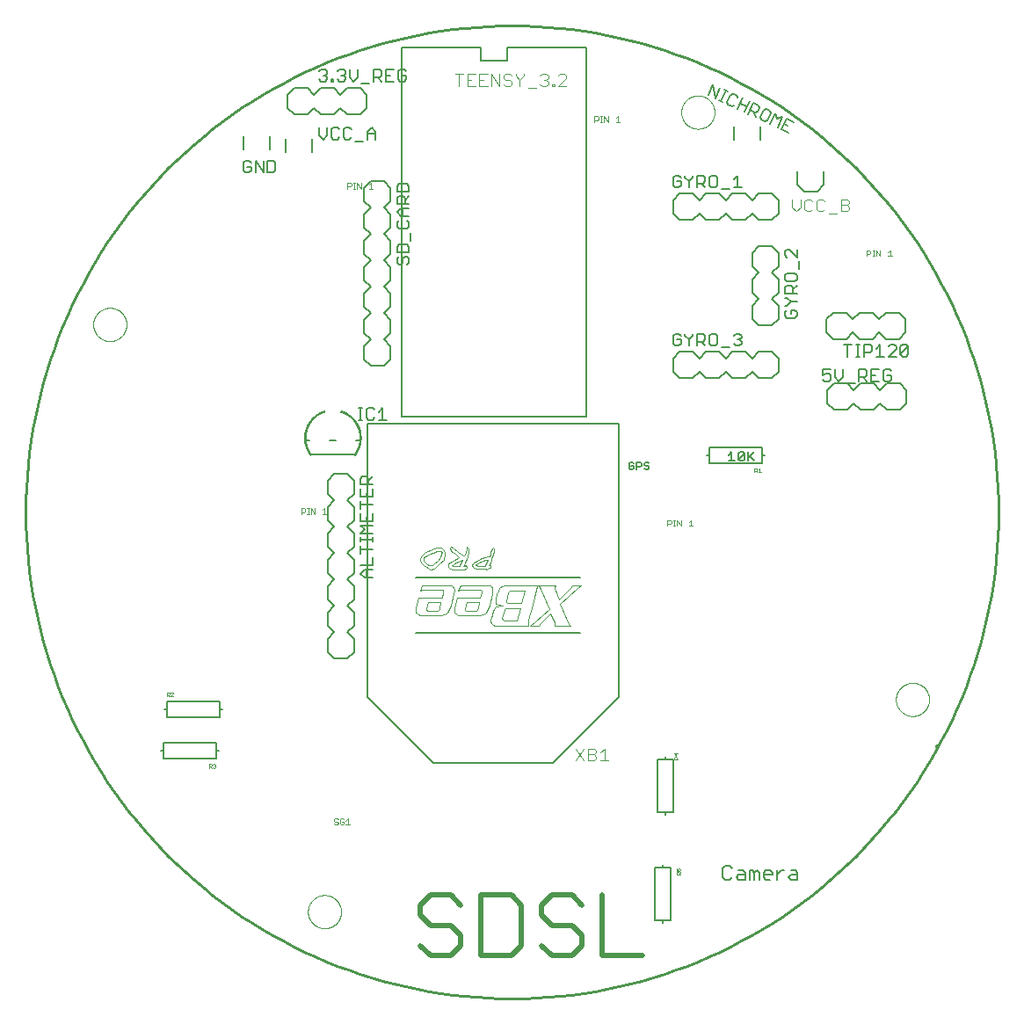
<source format=gto>
G04 EAGLE Gerber X2 export*
G75*
%MOMM*%
%FSLAX34Y34*%
%LPD*%
%AMOC8*
5,1,8,0,0,1.08239X$1,22.5*%
G01*
%ADD10C,0.508000*%
%ADD11C,0.254000*%
%ADD12C,0.127000*%
%ADD13C,0.406400*%
%ADD14C,0.000000*%
%ADD15C,0.050800*%
%ADD16C,0.152400*%
%ADD17C,0.203200*%
%ADD18C,0.101600*%
%ADD19C,0.015238*%
%ADD20C,0.025400*%


D10*
X-49328Y-380281D02*
X-59073Y-370536D01*
X-78563Y-370536D01*
X-88308Y-380281D01*
X-88308Y-390026D01*
X-78563Y-399771D01*
X-59073Y-399771D01*
X-49328Y-409516D01*
X-49328Y-419261D01*
X-59073Y-429006D01*
X-78563Y-429006D01*
X-88308Y-419261D01*
X-29838Y-429006D02*
X-29838Y-370536D01*
X-29838Y-429006D02*
X-603Y-429006D01*
X9142Y-419261D01*
X9142Y-380281D01*
X-603Y-370536D01*
X-29838Y-370536D01*
X57867Y-370536D02*
X67612Y-380281D01*
X57867Y-370536D02*
X38377Y-370536D01*
X28632Y-380281D01*
X28632Y-390026D01*
X38377Y-399771D01*
X57867Y-399771D01*
X67612Y-409516D01*
X67612Y-419261D01*
X57867Y-429006D01*
X38377Y-429006D01*
X28632Y-419261D01*
X87102Y-429006D02*
X87102Y-370536D01*
X87102Y-429006D02*
X126082Y-429006D01*
D11*
X-468441Y-1524D02*
X-468300Y9972D01*
X-467877Y21461D01*
X-467172Y32937D01*
X-466185Y44391D01*
X-464918Y55818D01*
X-463371Y67211D01*
X-461544Y78562D01*
X-459440Y89864D01*
X-457059Y101112D01*
X-454402Y112298D01*
X-451472Y123415D01*
X-448270Y134457D01*
X-444798Y145417D01*
X-441058Y156289D01*
X-437052Y167066D01*
X-432783Y177741D01*
X-428253Y188308D01*
X-423466Y198760D01*
X-418423Y209092D01*
X-413128Y219298D01*
X-407584Y229370D01*
X-401795Y239303D01*
X-395764Y249091D01*
X-389494Y258728D01*
X-382990Y268208D01*
X-376255Y277526D01*
X-369294Y286676D01*
X-362110Y295652D01*
X-354708Y304449D01*
X-347092Y313062D01*
X-339267Y321485D01*
X-331238Y329714D01*
X-323009Y337743D01*
X-314586Y345568D01*
X-305973Y353184D01*
X-297176Y360586D01*
X-288200Y367770D01*
X-279050Y374731D01*
X-269732Y381466D01*
X-260252Y387970D01*
X-250615Y394240D01*
X-240827Y400271D01*
X-230894Y406060D01*
X-220822Y411604D01*
X-210616Y416899D01*
X-200284Y421942D01*
X-189832Y426729D01*
X-179265Y431259D01*
X-168590Y435528D01*
X-157813Y439534D01*
X-146941Y443274D01*
X-135981Y446746D01*
X-124939Y449948D01*
X-113822Y452878D01*
X-102636Y455535D01*
X-91388Y457916D01*
X-80086Y460020D01*
X-68735Y461847D01*
X-57342Y463394D01*
X-45915Y464661D01*
X-34461Y465648D01*
X-22985Y466353D01*
X-11496Y466776D01*
X0Y466917D01*
X11496Y466776D01*
X22985Y466353D01*
X34461Y465648D01*
X45915Y464661D01*
X57342Y463394D01*
X68735Y461847D01*
X80086Y460020D01*
X91388Y457916D01*
X102636Y455535D01*
X113822Y452878D01*
X124939Y449948D01*
X135981Y446746D01*
X146941Y443274D01*
X157813Y439534D01*
X168590Y435528D01*
X179265Y431259D01*
X189832Y426729D01*
X200284Y421942D01*
X210616Y416899D01*
X220822Y411604D01*
X230894Y406060D01*
X240827Y400271D01*
X250615Y394240D01*
X260252Y387970D01*
X269732Y381466D01*
X279050Y374731D01*
X288200Y367770D01*
X297176Y360586D01*
X305973Y353184D01*
X314586Y345568D01*
X323009Y337743D01*
X331238Y329714D01*
X339267Y321485D01*
X347092Y313062D01*
X354708Y304449D01*
X362110Y295652D01*
X369294Y286676D01*
X376255Y277526D01*
X382990Y268208D01*
X389494Y258728D01*
X395764Y249091D01*
X401795Y239303D01*
X407584Y229370D01*
X413128Y219298D01*
X418423Y209092D01*
X423466Y198760D01*
X428253Y188308D01*
X432783Y177741D01*
X437052Y167066D01*
X441058Y156289D01*
X444798Y145417D01*
X448270Y134457D01*
X451472Y123415D01*
X454402Y112298D01*
X457059Y101112D01*
X459440Y89864D01*
X461544Y78562D01*
X463371Y67211D01*
X464918Y55818D01*
X466185Y44391D01*
X467172Y32937D01*
X467877Y21461D01*
X468300Y9972D01*
X468441Y-1524D01*
X468300Y-13020D01*
X467877Y-24509D01*
X467172Y-35985D01*
X466185Y-47439D01*
X464918Y-58866D01*
X463371Y-70259D01*
X461544Y-81610D01*
X459440Y-92912D01*
X457059Y-104160D01*
X454402Y-115346D01*
X451472Y-126463D01*
X448270Y-137505D01*
X444798Y-148465D01*
X441058Y-159337D01*
X437052Y-170114D01*
X432783Y-180789D01*
X428253Y-191356D01*
X423466Y-201808D01*
X418423Y-212140D01*
X413128Y-222346D01*
X407584Y-232418D01*
X401795Y-242351D01*
X395764Y-252139D01*
X389494Y-261776D01*
X382990Y-271256D01*
X376255Y-280574D01*
X369294Y-289724D01*
X362110Y-298700D01*
X354708Y-307497D01*
X347092Y-316110D01*
X339267Y-324533D01*
X331238Y-332762D01*
X323009Y-340791D01*
X314586Y-348616D01*
X305973Y-356232D01*
X297176Y-363634D01*
X288200Y-370818D01*
X279050Y-377779D01*
X269732Y-384514D01*
X260252Y-391018D01*
X250615Y-397288D01*
X240827Y-403319D01*
X230894Y-409108D01*
X220822Y-414652D01*
X210616Y-419947D01*
X200284Y-424990D01*
X189832Y-429777D01*
X179265Y-434307D01*
X168590Y-438576D01*
X157813Y-442582D01*
X146941Y-446322D01*
X135981Y-449794D01*
X124939Y-452996D01*
X113822Y-455926D01*
X102636Y-458583D01*
X91388Y-460964D01*
X80086Y-463068D01*
X68735Y-464895D01*
X57342Y-466442D01*
X45915Y-467709D01*
X34461Y-468696D01*
X22985Y-469401D01*
X11496Y-469824D01*
X0Y-469965D01*
X-11496Y-469824D01*
X-22985Y-469401D01*
X-34461Y-468696D01*
X-45915Y-467709D01*
X-57342Y-466442D01*
X-68735Y-464895D01*
X-80086Y-463068D01*
X-91388Y-460964D01*
X-102636Y-458583D01*
X-113822Y-455926D01*
X-124939Y-452996D01*
X-135981Y-449794D01*
X-146941Y-446322D01*
X-157813Y-442582D01*
X-168590Y-438576D01*
X-179265Y-434307D01*
X-189832Y-429777D01*
X-200284Y-424990D01*
X-210616Y-419947D01*
X-220822Y-414652D01*
X-230894Y-409108D01*
X-240827Y-403319D01*
X-250615Y-397288D01*
X-260252Y-391018D01*
X-269732Y-384514D01*
X-279050Y-377779D01*
X-288200Y-370818D01*
X-297176Y-363634D01*
X-305973Y-356232D01*
X-314586Y-348616D01*
X-323009Y-340791D01*
X-331238Y-332762D01*
X-339267Y-324533D01*
X-347092Y-316110D01*
X-354708Y-307497D01*
X-362110Y-298700D01*
X-369294Y-289724D01*
X-376255Y-280574D01*
X-382990Y-271256D01*
X-389494Y-261776D01*
X-395764Y-252139D01*
X-401795Y-242351D01*
X-407584Y-232418D01*
X-413128Y-222346D01*
X-418423Y-212140D01*
X-423466Y-201808D01*
X-428253Y-191356D01*
X-432783Y-180789D01*
X-437052Y-170114D01*
X-441058Y-159337D01*
X-444798Y-148465D01*
X-448270Y-137505D01*
X-451472Y-126463D01*
X-454402Y-115346D01*
X-457059Y-104160D01*
X-459440Y-92912D01*
X-461544Y-81610D01*
X-463371Y-70259D01*
X-464918Y-58866D01*
X-466185Y-47439D01*
X-467172Y-35985D01*
X-467877Y-24509D01*
X-468300Y-13020D01*
X-468441Y-1524D01*
D12*
X209556Y-342508D02*
X211716Y-344669D01*
X209556Y-342508D02*
X205234Y-342508D01*
X203073Y-344669D01*
X203073Y-353312D01*
X205234Y-355473D01*
X209556Y-355473D01*
X211716Y-353312D01*
X218331Y-346830D02*
X222653Y-346830D01*
X224814Y-348990D01*
X224814Y-355473D01*
X218331Y-355473D01*
X216170Y-353312D01*
X218331Y-351151D01*
X224814Y-351151D01*
X229268Y-346830D02*
X229268Y-355473D01*
X229268Y-346830D02*
X231428Y-346830D01*
X233589Y-348990D01*
X233589Y-355473D01*
X233589Y-348990D02*
X235750Y-346830D01*
X237911Y-348990D01*
X237911Y-355473D01*
X244526Y-355473D02*
X248847Y-355473D01*
X244526Y-355473D02*
X242365Y-353312D01*
X242365Y-348990D01*
X244526Y-346830D01*
X248847Y-346830D01*
X251008Y-348990D01*
X251008Y-351151D01*
X242365Y-351151D01*
X255462Y-355473D02*
X255462Y-346830D01*
X255462Y-351151D02*
X259784Y-346830D01*
X261945Y-346830D01*
X268537Y-346830D02*
X272859Y-346830D01*
X275020Y-348990D01*
X275020Y-355473D01*
X268537Y-355473D01*
X266376Y-353312D01*
X268537Y-351151D01*
X275020Y-351151D01*
D13*
X409634Y-227580D02*
X409742Y-227350D01*
D14*
X163070Y383540D02*
X163075Y383933D01*
X163089Y384325D01*
X163113Y384717D01*
X163147Y385108D01*
X163190Y385499D01*
X163243Y385888D01*
X163306Y386275D01*
X163377Y386661D01*
X163459Y387046D01*
X163549Y387428D01*
X163650Y387807D01*
X163759Y388185D01*
X163878Y388559D01*
X164005Y388930D01*
X164142Y389298D01*
X164288Y389663D01*
X164443Y390024D01*
X164606Y390381D01*
X164778Y390734D01*
X164959Y391082D01*
X165149Y391426D01*
X165346Y391766D01*
X165552Y392100D01*
X165766Y392429D01*
X165989Y392753D01*
X166219Y393071D01*
X166456Y393384D01*
X166702Y393690D01*
X166955Y393991D01*
X167215Y394285D01*
X167482Y394573D01*
X167756Y394854D01*
X168037Y395128D01*
X168325Y395395D01*
X168619Y395655D01*
X168920Y395908D01*
X169226Y396154D01*
X169539Y396391D01*
X169857Y396621D01*
X170181Y396844D01*
X170510Y397058D01*
X170844Y397264D01*
X171184Y397461D01*
X171528Y397651D01*
X171876Y397832D01*
X172229Y398004D01*
X172586Y398167D01*
X172947Y398322D01*
X173312Y398468D01*
X173680Y398605D01*
X174051Y398732D01*
X174425Y398851D01*
X174803Y398960D01*
X175182Y399061D01*
X175564Y399151D01*
X175949Y399233D01*
X176335Y399304D01*
X176722Y399367D01*
X177111Y399420D01*
X177502Y399463D01*
X177893Y399497D01*
X178285Y399521D01*
X178677Y399535D01*
X179070Y399540D01*
X179463Y399535D01*
X179855Y399521D01*
X180247Y399497D01*
X180638Y399463D01*
X181029Y399420D01*
X181418Y399367D01*
X181805Y399304D01*
X182191Y399233D01*
X182576Y399151D01*
X182958Y399061D01*
X183337Y398960D01*
X183715Y398851D01*
X184089Y398732D01*
X184460Y398605D01*
X184828Y398468D01*
X185193Y398322D01*
X185554Y398167D01*
X185911Y398004D01*
X186264Y397832D01*
X186612Y397651D01*
X186956Y397461D01*
X187296Y397264D01*
X187630Y397058D01*
X187959Y396844D01*
X188283Y396621D01*
X188601Y396391D01*
X188914Y396154D01*
X189220Y395908D01*
X189521Y395655D01*
X189815Y395395D01*
X190103Y395128D01*
X190384Y394854D01*
X190658Y394573D01*
X190925Y394285D01*
X191185Y393991D01*
X191438Y393690D01*
X191684Y393384D01*
X191921Y393071D01*
X192151Y392753D01*
X192374Y392429D01*
X192588Y392100D01*
X192794Y391766D01*
X192991Y391426D01*
X193181Y391082D01*
X193362Y390734D01*
X193534Y390381D01*
X193697Y390024D01*
X193852Y389663D01*
X193998Y389298D01*
X194135Y388930D01*
X194262Y388559D01*
X194381Y388185D01*
X194490Y387807D01*
X194591Y387428D01*
X194681Y387046D01*
X194763Y386661D01*
X194834Y386275D01*
X194897Y385888D01*
X194950Y385499D01*
X194993Y385108D01*
X195027Y384717D01*
X195051Y384325D01*
X195065Y383933D01*
X195070Y383540D01*
X195065Y383147D01*
X195051Y382755D01*
X195027Y382363D01*
X194993Y381972D01*
X194950Y381581D01*
X194897Y381192D01*
X194834Y380805D01*
X194763Y380419D01*
X194681Y380034D01*
X194591Y379652D01*
X194490Y379273D01*
X194381Y378895D01*
X194262Y378521D01*
X194135Y378150D01*
X193998Y377782D01*
X193852Y377417D01*
X193697Y377056D01*
X193534Y376699D01*
X193362Y376346D01*
X193181Y375998D01*
X192991Y375654D01*
X192794Y375314D01*
X192588Y374980D01*
X192374Y374651D01*
X192151Y374327D01*
X191921Y374009D01*
X191684Y373696D01*
X191438Y373390D01*
X191185Y373089D01*
X190925Y372795D01*
X190658Y372507D01*
X190384Y372226D01*
X190103Y371952D01*
X189815Y371685D01*
X189521Y371425D01*
X189220Y371172D01*
X188914Y370926D01*
X188601Y370689D01*
X188283Y370459D01*
X187959Y370236D01*
X187630Y370022D01*
X187296Y369816D01*
X186956Y369619D01*
X186612Y369429D01*
X186264Y369248D01*
X185911Y369076D01*
X185554Y368913D01*
X185193Y368758D01*
X184828Y368612D01*
X184460Y368475D01*
X184089Y368348D01*
X183715Y368229D01*
X183337Y368120D01*
X182958Y368019D01*
X182576Y367929D01*
X182191Y367847D01*
X181805Y367776D01*
X181418Y367713D01*
X181029Y367660D01*
X180638Y367617D01*
X180247Y367583D01*
X179855Y367559D01*
X179463Y367545D01*
X179070Y367540D01*
X178677Y367545D01*
X178285Y367559D01*
X177893Y367583D01*
X177502Y367617D01*
X177111Y367660D01*
X176722Y367713D01*
X176335Y367776D01*
X175949Y367847D01*
X175564Y367929D01*
X175182Y368019D01*
X174803Y368120D01*
X174425Y368229D01*
X174051Y368348D01*
X173680Y368475D01*
X173312Y368612D01*
X172947Y368758D01*
X172586Y368913D01*
X172229Y369076D01*
X171876Y369248D01*
X171528Y369429D01*
X171184Y369619D01*
X170844Y369816D01*
X170510Y370022D01*
X170181Y370236D01*
X169857Y370459D01*
X169539Y370689D01*
X169226Y370926D01*
X168920Y371172D01*
X168619Y371425D01*
X168325Y371685D01*
X168037Y371952D01*
X167756Y372226D01*
X167482Y372507D01*
X167215Y372795D01*
X166955Y373089D01*
X166702Y373390D01*
X166456Y373696D01*
X166219Y374009D01*
X165989Y374327D01*
X165766Y374651D01*
X165552Y374980D01*
X165346Y375314D01*
X165149Y375654D01*
X164959Y375998D01*
X164778Y376346D01*
X164606Y376699D01*
X164443Y377056D01*
X164288Y377417D01*
X164142Y377782D01*
X164005Y378150D01*
X163878Y378521D01*
X163759Y378895D01*
X163650Y379273D01*
X163549Y379652D01*
X163459Y380034D01*
X163377Y380419D01*
X163306Y380805D01*
X163243Y381192D01*
X163190Y381581D01*
X163147Y381972D01*
X163113Y382363D01*
X163089Y382755D01*
X163075Y383147D01*
X163070Y383540D01*
X369826Y-182118D02*
X369831Y-181725D01*
X369845Y-181333D01*
X369869Y-180941D01*
X369903Y-180550D01*
X369946Y-180159D01*
X369999Y-179770D01*
X370062Y-179383D01*
X370133Y-178997D01*
X370215Y-178612D01*
X370305Y-178230D01*
X370406Y-177851D01*
X370515Y-177473D01*
X370634Y-177099D01*
X370761Y-176728D01*
X370898Y-176360D01*
X371044Y-175995D01*
X371199Y-175634D01*
X371362Y-175277D01*
X371534Y-174924D01*
X371715Y-174576D01*
X371905Y-174232D01*
X372102Y-173892D01*
X372308Y-173558D01*
X372522Y-173229D01*
X372745Y-172905D01*
X372975Y-172587D01*
X373212Y-172274D01*
X373458Y-171968D01*
X373711Y-171667D01*
X373971Y-171373D01*
X374238Y-171085D01*
X374512Y-170804D01*
X374793Y-170530D01*
X375081Y-170263D01*
X375375Y-170003D01*
X375676Y-169750D01*
X375982Y-169504D01*
X376295Y-169267D01*
X376613Y-169037D01*
X376937Y-168814D01*
X377266Y-168600D01*
X377600Y-168394D01*
X377940Y-168197D01*
X378284Y-168007D01*
X378632Y-167826D01*
X378985Y-167654D01*
X379342Y-167491D01*
X379703Y-167336D01*
X380068Y-167190D01*
X380436Y-167053D01*
X380807Y-166926D01*
X381181Y-166807D01*
X381559Y-166698D01*
X381938Y-166597D01*
X382320Y-166507D01*
X382705Y-166425D01*
X383091Y-166354D01*
X383478Y-166291D01*
X383867Y-166238D01*
X384258Y-166195D01*
X384649Y-166161D01*
X385041Y-166137D01*
X385433Y-166123D01*
X385826Y-166118D01*
X386219Y-166123D01*
X386611Y-166137D01*
X387003Y-166161D01*
X387394Y-166195D01*
X387785Y-166238D01*
X388174Y-166291D01*
X388561Y-166354D01*
X388947Y-166425D01*
X389332Y-166507D01*
X389714Y-166597D01*
X390093Y-166698D01*
X390471Y-166807D01*
X390845Y-166926D01*
X391216Y-167053D01*
X391584Y-167190D01*
X391949Y-167336D01*
X392310Y-167491D01*
X392667Y-167654D01*
X393020Y-167826D01*
X393368Y-168007D01*
X393712Y-168197D01*
X394052Y-168394D01*
X394386Y-168600D01*
X394715Y-168814D01*
X395039Y-169037D01*
X395357Y-169267D01*
X395670Y-169504D01*
X395976Y-169750D01*
X396277Y-170003D01*
X396571Y-170263D01*
X396859Y-170530D01*
X397140Y-170804D01*
X397414Y-171085D01*
X397681Y-171373D01*
X397941Y-171667D01*
X398194Y-171968D01*
X398440Y-172274D01*
X398677Y-172587D01*
X398907Y-172905D01*
X399130Y-173229D01*
X399344Y-173558D01*
X399550Y-173892D01*
X399747Y-174232D01*
X399937Y-174576D01*
X400118Y-174924D01*
X400290Y-175277D01*
X400453Y-175634D01*
X400608Y-175995D01*
X400754Y-176360D01*
X400891Y-176728D01*
X401018Y-177099D01*
X401137Y-177473D01*
X401246Y-177851D01*
X401347Y-178230D01*
X401437Y-178612D01*
X401519Y-178997D01*
X401590Y-179383D01*
X401653Y-179770D01*
X401706Y-180159D01*
X401749Y-180550D01*
X401783Y-180941D01*
X401807Y-181333D01*
X401821Y-181725D01*
X401826Y-182118D01*
X401821Y-182511D01*
X401807Y-182903D01*
X401783Y-183295D01*
X401749Y-183686D01*
X401706Y-184077D01*
X401653Y-184466D01*
X401590Y-184853D01*
X401519Y-185239D01*
X401437Y-185624D01*
X401347Y-186006D01*
X401246Y-186385D01*
X401137Y-186763D01*
X401018Y-187137D01*
X400891Y-187508D01*
X400754Y-187876D01*
X400608Y-188241D01*
X400453Y-188602D01*
X400290Y-188959D01*
X400118Y-189312D01*
X399937Y-189660D01*
X399747Y-190004D01*
X399550Y-190344D01*
X399344Y-190678D01*
X399130Y-191007D01*
X398907Y-191331D01*
X398677Y-191649D01*
X398440Y-191962D01*
X398194Y-192268D01*
X397941Y-192569D01*
X397681Y-192863D01*
X397414Y-193151D01*
X397140Y-193432D01*
X396859Y-193706D01*
X396571Y-193973D01*
X396277Y-194233D01*
X395976Y-194486D01*
X395670Y-194732D01*
X395357Y-194969D01*
X395039Y-195199D01*
X394715Y-195422D01*
X394386Y-195636D01*
X394052Y-195842D01*
X393712Y-196039D01*
X393368Y-196229D01*
X393020Y-196410D01*
X392667Y-196582D01*
X392310Y-196745D01*
X391949Y-196900D01*
X391584Y-197046D01*
X391216Y-197183D01*
X390845Y-197310D01*
X390471Y-197429D01*
X390093Y-197538D01*
X389714Y-197639D01*
X389332Y-197729D01*
X388947Y-197811D01*
X388561Y-197882D01*
X388174Y-197945D01*
X387785Y-197998D01*
X387394Y-198041D01*
X387003Y-198075D01*
X386611Y-198099D01*
X386219Y-198113D01*
X385826Y-198118D01*
X385433Y-198113D01*
X385041Y-198099D01*
X384649Y-198075D01*
X384258Y-198041D01*
X383867Y-197998D01*
X383478Y-197945D01*
X383091Y-197882D01*
X382705Y-197811D01*
X382320Y-197729D01*
X381938Y-197639D01*
X381559Y-197538D01*
X381181Y-197429D01*
X380807Y-197310D01*
X380436Y-197183D01*
X380068Y-197046D01*
X379703Y-196900D01*
X379342Y-196745D01*
X378985Y-196582D01*
X378632Y-196410D01*
X378284Y-196229D01*
X377940Y-196039D01*
X377600Y-195842D01*
X377266Y-195636D01*
X376937Y-195422D01*
X376613Y-195199D01*
X376295Y-194969D01*
X375982Y-194732D01*
X375676Y-194486D01*
X375375Y-194233D01*
X375081Y-193973D01*
X374793Y-193706D01*
X374512Y-193432D01*
X374238Y-193151D01*
X373971Y-192863D01*
X373711Y-192569D01*
X373458Y-192268D01*
X373212Y-191962D01*
X372975Y-191649D01*
X372745Y-191331D01*
X372522Y-191007D01*
X372308Y-190678D01*
X372102Y-190344D01*
X371905Y-190004D01*
X371715Y-189660D01*
X371534Y-189312D01*
X371362Y-188959D01*
X371199Y-188602D01*
X371044Y-188241D01*
X370898Y-187876D01*
X370761Y-187508D01*
X370634Y-187137D01*
X370515Y-186763D01*
X370406Y-186385D01*
X370305Y-186006D01*
X370215Y-185624D01*
X370133Y-185239D01*
X370062Y-184853D01*
X369999Y-184466D01*
X369946Y-184077D01*
X369903Y-183686D01*
X369869Y-183295D01*
X369845Y-182903D01*
X369831Y-182511D01*
X369826Y-182118D01*
X-403350Y179070D02*
X-403345Y179463D01*
X-403331Y179855D01*
X-403307Y180247D01*
X-403273Y180638D01*
X-403230Y181029D01*
X-403177Y181418D01*
X-403114Y181805D01*
X-403043Y182191D01*
X-402961Y182576D01*
X-402871Y182958D01*
X-402770Y183337D01*
X-402661Y183715D01*
X-402542Y184089D01*
X-402415Y184460D01*
X-402278Y184828D01*
X-402132Y185193D01*
X-401977Y185554D01*
X-401814Y185911D01*
X-401642Y186264D01*
X-401461Y186612D01*
X-401271Y186956D01*
X-401074Y187296D01*
X-400868Y187630D01*
X-400654Y187959D01*
X-400431Y188283D01*
X-400201Y188601D01*
X-399964Y188914D01*
X-399718Y189220D01*
X-399465Y189521D01*
X-399205Y189815D01*
X-398938Y190103D01*
X-398664Y190384D01*
X-398383Y190658D01*
X-398095Y190925D01*
X-397801Y191185D01*
X-397500Y191438D01*
X-397194Y191684D01*
X-396881Y191921D01*
X-396563Y192151D01*
X-396239Y192374D01*
X-395910Y192588D01*
X-395576Y192794D01*
X-395236Y192991D01*
X-394892Y193181D01*
X-394544Y193362D01*
X-394191Y193534D01*
X-393834Y193697D01*
X-393473Y193852D01*
X-393108Y193998D01*
X-392740Y194135D01*
X-392369Y194262D01*
X-391995Y194381D01*
X-391617Y194490D01*
X-391238Y194591D01*
X-390856Y194681D01*
X-390471Y194763D01*
X-390085Y194834D01*
X-389698Y194897D01*
X-389309Y194950D01*
X-388918Y194993D01*
X-388527Y195027D01*
X-388135Y195051D01*
X-387743Y195065D01*
X-387350Y195070D01*
X-386957Y195065D01*
X-386565Y195051D01*
X-386173Y195027D01*
X-385782Y194993D01*
X-385391Y194950D01*
X-385002Y194897D01*
X-384615Y194834D01*
X-384229Y194763D01*
X-383844Y194681D01*
X-383462Y194591D01*
X-383083Y194490D01*
X-382705Y194381D01*
X-382331Y194262D01*
X-381960Y194135D01*
X-381592Y193998D01*
X-381227Y193852D01*
X-380866Y193697D01*
X-380509Y193534D01*
X-380156Y193362D01*
X-379808Y193181D01*
X-379464Y192991D01*
X-379124Y192794D01*
X-378790Y192588D01*
X-378461Y192374D01*
X-378137Y192151D01*
X-377819Y191921D01*
X-377506Y191684D01*
X-377200Y191438D01*
X-376899Y191185D01*
X-376605Y190925D01*
X-376317Y190658D01*
X-376036Y190384D01*
X-375762Y190103D01*
X-375495Y189815D01*
X-375235Y189521D01*
X-374982Y189220D01*
X-374736Y188914D01*
X-374499Y188601D01*
X-374269Y188283D01*
X-374046Y187959D01*
X-373832Y187630D01*
X-373626Y187296D01*
X-373429Y186956D01*
X-373239Y186612D01*
X-373058Y186264D01*
X-372886Y185911D01*
X-372723Y185554D01*
X-372568Y185193D01*
X-372422Y184828D01*
X-372285Y184460D01*
X-372158Y184089D01*
X-372039Y183715D01*
X-371930Y183337D01*
X-371829Y182958D01*
X-371739Y182576D01*
X-371657Y182191D01*
X-371586Y181805D01*
X-371523Y181418D01*
X-371470Y181029D01*
X-371427Y180638D01*
X-371393Y180247D01*
X-371369Y179855D01*
X-371355Y179463D01*
X-371350Y179070D01*
X-371355Y178677D01*
X-371369Y178285D01*
X-371393Y177893D01*
X-371427Y177502D01*
X-371470Y177111D01*
X-371523Y176722D01*
X-371586Y176335D01*
X-371657Y175949D01*
X-371739Y175564D01*
X-371829Y175182D01*
X-371930Y174803D01*
X-372039Y174425D01*
X-372158Y174051D01*
X-372285Y173680D01*
X-372422Y173312D01*
X-372568Y172947D01*
X-372723Y172586D01*
X-372886Y172229D01*
X-373058Y171876D01*
X-373239Y171528D01*
X-373429Y171184D01*
X-373626Y170844D01*
X-373832Y170510D01*
X-374046Y170181D01*
X-374269Y169857D01*
X-374499Y169539D01*
X-374736Y169226D01*
X-374982Y168920D01*
X-375235Y168619D01*
X-375495Y168325D01*
X-375762Y168037D01*
X-376036Y167756D01*
X-376317Y167482D01*
X-376605Y167215D01*
X-376899Y166955D01*
X-377200Y166702D01*
X-377506Y166456D01*
X-377819Y166219D01*
X-378137Y165989D01*
X-378461Y165766D01*
X-378790Y165552D01*
X-379124Y165346D01*
X-379464Y165149D01*
X-379808Y164959D01*
X-380156Y164778D01*
X-380509Y164606D01*
X-380866Y164443D01*
X-381227Y164288D01*
X-381592Y164142D01*
X-381960Y164005D01*
X-382331Y163878D01*
X-382705Y163759D01*
X-383083Y163650D01*
X-383462Y163549D01*
X-383844Y163459D01*
X-384229Y163377D01*
X-384615Y163306D01*
X-385002Y163243D01*
X-385391Y163190D01*
X-385782Y163147D01*
X-386173Y163113D01*
X-386565Y163089D01*
X-386957Y163075D01*
X-387350Y163070D01*
X-387743Y163075D01*
X-388135Y163089D01*
X-388527Y163113D01*
X-388918Y163147D01*
X-389309Y163190D01*
X-389698Y163243D01*
X-390085Y163306D01*
X-390471Y163377D01*
X-390856Y163459D01*
X-391238Y163549D01*
X-391617Y163650D01*
X-391995Y163759D01*
X-392369Y163878D01*
X-392740Y164005D01*
X-393108Y164142D01*
X-393473Y164288D01*
X-393834Y164443D01*
X-394191Y164606D01*
X-394544Y164778D01*
X-394892Y164959D01*
X-395236Y165149D01*
X-395576Y165346D01*
X-395910Y165552D01*
X-396239Y165766D01*
X-396563Y165989D01*
X-396881Y166219D01*
X-397194Y166456D01*
X-397500Y166702D01*
X-397801Y166955D01*
X-398095Y167215D01*
X-398383Y167482D01*
X-398664Y167756D01*
X-398938Y168037D01*
X-399205Y168325D01*
X-399465Y168619D01*
X-399718Y168920D01*
X-399964Y169226D01*
X-400201Y169539D01*
X-400431Y169857D01*
X-400654Y170181D01*
X-400868Y170510D01*
X-401074Y170844D01*
X-401271Y171184D01*
X-401461Y171528D01*
X-401642Y171876D01*
X-401814Y172229D01*
X-401977Y172586D01*
X-402132Y172947D01*
X-402278Y173312D01*
X-402415Y173680D01*
X-402542Y174051D01*
X-402661Y174425D01*
X-402770Y174803D01*
X-402871Y175182D01*
X-402961Y175564D01*
X-403043Y175949D01*
X-403114Y176335D01*
X-403177Y176722D01*
X-403230Y177111D01*
X-403273Y177502D01*
X-403307Y177893D01*
X-403331Y178285D01*
X-403345Y178677D01*
X-403350Y179070D01*
X-196594Y-386588D02*
X-196589Y-386195D01*
X-196575Y-385803D01*
X-196551Y-385411D01*
X-196517Y-385020D01*
X-196474Y-384629D01*
X-196421Y-384240D01*
X-196358Y-383853D01*
X-196287Y-383467D01*
X-196205Y-383082D01*
X-196115Y-382700D01*
X-196014Y-382321D01*
X-195905Y-381943D01*
X-195786Y-381569D01*
X-195659Y-381198D01*
X-195522Y-380830D01*
X-195376Y-380465D01*
X-195221Y-380104D01*
X-195058Y-379747D01*
X-194886Y-379394D01*
X-194705Y-379046D01*
X-194515Y-378702D01*
X-194318Y-378362D01*
X-194112Y-378028D01*
X-193898Y-377699D01*
X-193675Y-377375D01*
X-193445Y-377057D01*
X-193208Y-376744D01*
X-192962Y-376438D01*
X-192709Y-376137D01*
X-192449Y-375843D01*
X-192182Y-375555D01*
X-191908Y-375274D01*
X-191627Y-375000D01*
X-191339Y-374733D01*
X-191045Y-374473D01*
X-190744Y-374220D01*
X-190438Y-373974D01*
X-190125Y-373737D01*
X-189807Y-373507D01*
X-189483Y-373284D01*
X-189154Y-373070D01*
X-188820Y-372864D01*
X-188480Y-372667D01*
X-188136Y-372477D01*
X-187788Y-372296D01*
X-187435Y-372124D01*
X-187078Y-371961D01*
X-186717Y-371806D01*
X-186352Y-371660D01*
X-185984Y-371523D01*
X-185613Y-371396D01*
X-185239Y-371277D01*
X-184861Y-371168D01*
X-184482Y-371067D01*
X-184100Y-370977D01*
X-183715Y-370895D01*
X-183329Y-370824D01*
X-182942Y-370761D01*
X-182553Y-370708D01*
X-182162Y-370665D01*
X-181771Y-370631D01*
X-181379Y-370607D01*
X-180987Y-370593D01*
X-180594Y-370588D01*
X-180201Y-370593D01*
X-179809Y-370607D01*
X-179417Y-370631D01*
X-179026Y-370665D01*
X-178635Y-370708D01*
X-178246Y-370761D01*
X-177859Y-370824D01*
X-177473Y-370895D01*
X-177088Y-370977D01*
X-176706Y-371067D01*
X-176327Y-371168D01*
X-175949Y-371277D01*
X-175575Y-371396D01*
X-175204Y-371523D01*
X-174836Y-371660D01*
X-174471Y-371806D01*
X-174110Y-371961D01*
X-173753Y-372124D01*
X-173400Y-372296D01*
X-173052Y-372477D01*
X-172708Y-372667D01*
X-172368Y-372864D01*
X-172034Y-373070D01*
X-171705Y-373284D01*
X-171381Y-373507D01*
X-171063Y-373737D01*
X-170750Y-373974D01*
X-170444Y-374220D01*
X-170143Y-374473D01*
X-169849Y-374733D01*
X-169561Y-375000D01*
X-169280Y-375274D01*
X-169006Y-375555D01*
X-168739Y-375843D01*
X-168479Y-376137D01*
X-168226Y-376438D01*
X-167980Y-376744D01*
X-167743Y-377057D01*
X-167513Y-377375D01*
X-167290Y-377699D01*
X-167076Y-378028D01*
X-166870Y-378362D01*
X-166673Y-378702D01*
X-166483Y-379046D01*
X-166302Y-379394D01*
X-166130Y-379747D01*
X-165967Y-380104D01*
X-165812Y-380465D01*
X-165666Y-380830D01*
X-165529Y-381198D01*
X-165402Y-381569D01*
X-165283Y-381943D01*
X-165174Y-382321D01*
X-165073Y-382700D01*
X-164983Y-383082D01*
X-164901Y-383467D01*
X-164830Y-383853D01*
X-164767Y-384240D01*
X-164714Y-384629D01*
X-164671Y-385020D01*
X-164637Y-385411D01*
X-164613Y-385803D01*
X-164599Y-386195D01*
X-164594Y-386588D01*
X-164599Y-386981D01*
X-164613Y-387373D01*
X-164637Y-387765D01*
X-164671Y-388156D01*
X-164714Y-388547D01*
X-164767Y-388936D01*
X-164830Y-389323D01*
X-164901Y-389709D01*
X-164983Y-390094D01*
X-165073Y-390476D01*
X-165174Y-390855D01*
X-165283Y-391233D01*
X-165402Y-391607D01*
X-165529Y-391978D01*
X-165666Y-392346D01*
X-165812Y-392711D01*
X-165967Y-393072D01*
X-166130Y-393429D01*
X-166302Y-393782D01*
X-166483Y-394130D01*
X-166673Y-394474D01*
X-166870Y-394814D01*
X-167076Y-395148D01*
X-167290Y-395477D01*
X-167513Y-395801D01*
X-167743Y-396119D01*
X-167980Y-396432D01*
X-168226Y-396738D01*
X-168479Y-397039D01*
X-168739Y-397333D01*
X-169006Y-397621D01*
X-169280Y-397902D01*
X-169561Y-398176D01*
X-169849Y-398443D01*
X-170143Y-398703D01*
X-170444Y-398956D01*
X-170750Y-399202D01*
X-171063Y-399439D01*
X-171381Y-399669D01*
X-171705Y-399892D01*
X-172034Y-400106D01*
X-172368Y-400312D01*
X-172708Y-400509D01*
X-173052Y-400699D01*
X-173400Y-400880D01*
X-173753Y-401052D01*
X-174110Y-401215D01*
X-174471Y-401370D01*
X-174836Y-401516D01*
X-175204Y-401653D01*
X-175575Y-401780D01*
X-175949Y-401899D01*
X-176327Y-402008D01*
X-176706Y-402109D01*
X-177088Y-402199D01*
X-177473Y-402281D01*
X-177859Y-402352D01*
X-178246Y-402415D01*
X-178635Y-402468D01*
X-179026Y-402511D01*
X-179417Y-402545D01*
X-179809Y-402569D01*
X-180201Y-402583D01*
X-180594Y-402588D01*
X-180987Y-402583D01*
X-181379Y-402569D01*
X-181771Y-402545D01*
X-182162Y-402511D01*
X-182553Y-402468D01*
X-182942Y-402415D01*
X-183329Y-402352D01*
X-183715Y-402281D01*
X-184100Y-402199D01*
X-184482Y-402109D01*
X-184861Y-402008D01*
X-185239Y-401899D01*
X-185613Y-401780D01*
X-185984Y-401653D01*
X-186352Y-401516D01*
X-186717Y-401370D01*
X-187078Y-401215D01*
X-187435Y-401052D01*
X-187788Y-400880D01*
X-188136Y-400699D01*
X-188480Y-400509D01*
X-188820Y-400312D01*
X-189154Y-400106D01*
X-189483Y-399892D01*
X-189807Y-399669D01*
X-190125Y-399439D01*
X-190438Y-399202D01*
X-190744Y-398956D01*
X-191045Y-398703D01*
X-191339Y-398443D01*
X-191627Y-398176D01*
X-191908Y-397902D01*
X-192182Y-397621D01*
X-192449Y-397333D01*
X-192709Y-397039D01*
X-192962Y-396738D01*
X-193208Y-396432D01*
X-193445Y-396119D01*
X-193675Y-395801D01*
X-193898Y-395477D01*
X-194112Y-395148D01*
X-194318Y-394814D01*
X-194515Y-394474D01*
X-194705Y-394130D01*
X-194886Y-393782D01*
X-195058Y-393429D01*
X-195221Y-393072D01*
X-195376Y-392711D01*
X-195522Y-392346D01*
X-195659Y-391978D01*
X-195786Y-391607D01*
X-195905Y-391233D01*
X-196014Y-390855D01*
X-196115Y-390476D01*
X-196205Y-390094D01*
X-196287Y-389709D01*
X-196358Y-389323D01*
X-196421Y-388936D01*
X-196474Y-388547D01*
X-196517Y-388156D01*
X-196551Y-387765D01*
X-196575Y-387373D01*
X-196589Y-386981D01*
X-196594Y-386588D01*
D15*
X149606Y-14986D02*
X149606Y-9393D01*
X152402Y-9393D01*
X153335Y-10325D01*
X153335Y-12190D01*
X152402Y-13122D01*
X149606Y-13122D01*
X155219Y-14986D02*
X157083Y-14986D01*
X156151Y-14986D02*
X156151Y-9393D01*
X155219Y-9393D02*
X157083Y-9393D01*
X158961Y-9393D02*
X158961Y-14986D01*
X162690Y-14986D02*
X158961Y-9393D01*
X162690Y-9393D02*
X162690Y-14986D01*
X170187Y-11258D02*
X172052Y-9393D01*
X172052Y-14986D01*
X173916Y-14986D02*
X170187Y-14986D01*
X-202948Y-3549D02*
X-202948Y2044D01*
X-200151Y2044D01*
X-199219Y1112D01*
X-199219Y-753D01*
X-200151Y-1685D01*
X-202948Y-1685D01*
X-197335Y-3549D02*
X-195470Y-3549D01*
X-196403Y-3549D02*
X-196403Y2044D01*
X-197335Y2044D02*
X-195470Y2044D01*
X-193593Y2044D02*
X-193593Y-3549D01*
X-189864Y-3549D02*
X-193593Y2044D01*
X-189864Y2044D02*
X-189864Y-3549D01*
X-182366Y180D02*
X-180502Y2044D01*
X-180502Y-3549D01*
X-182366Y-3549D02*
X-178638Y-3549D01*
X-158496Y309880D02*
X-158496Y315473D01*
X-155700Y315473D01*
X-154768Y314541D01*
X-154768Y312676D01*
X-155700Y311744D01*
X-158496Y311744D01*
X-152883Y309880D02*
X-151019Y309880D01*
X-151951Y309880D02*
X-151951Y315473D01*
X-152883Y315473D02*
X-151019Y315473D01*
X-149141Y315473D02*
X-149141Y309880D01*
X-145412Y309880D02*
X-149141Y315473D01*
X-145412Y315473D02*
X-145412Y309880D01*
X-137915Y313609D02*
X-136050Y315473D01*
X-136050Y309880D01*
X-134186Y309880D02*
X-137915Y309880D01*
X79502Y374142D02*
X79502Y379735D01*
X82298Y379735D01*
X83231Y378803D01*
X83231Y376938D01*
X82298Y376006D01*
X79502Y376006D01*
X85115Y374142D02*
X86979Y374142D01*
X86047Y374142D02*
X86047Y379735D01*
X85115Y379735D02*
X86979Y379735D01*
X88857Y379735D02*
X88857Y374142D01*
X92586Y374142D02*
X88857Y379735D01*
X92586Y379735D02*
X92586Y374142D01*
X100083Y377871D02*
X101948Y379735D01*
X101948Y374142D01*
X103812Y374142D02*
X100083Y374142D01*
X341630Y250703D02*
X341630Y245110D01*
X341630Y250703D02*
X344426Y250703D01*
X345359Y249771D01*
X345359Y247906D01*
X344426Y246974D01*
X341630Y246974D01*
X347243Y245110D02*
X349107Y245110D01*
X348175Y245110D02*
X348175Y250703D01*
X347243Y250703D02*
X349107Y250703D01*
X350985Y250703D02*
X350985Y245110D01*
X354714Y245110D02*
X350985Y250703D01*
X354714Y250703D02*
X354714Y245110D01*
X362211Y248839D02*
X364076Y250703D01*
X364076Y245110D01*
X365940Y245110D02*
X362211Y245110D01*
D16*
X117016Y45046D02*
X115914Y46148D01*
X113711Y46148D01*
X112610Y45046D01*
X112610Y40640D01*
X113711Y39538D01*
X115914Y39538D01*
X117016Y40640D01*
X117016Y42843D01*
X114813Y42843D01*
X120094Y39538D02*
X120094Y46148D01*
X123399Y46148D01*
X124500Y45046D01*
X124500Y42843D01*
X123399Y41741D01*
X120094Y41741D01*
X130883Y46148D02*
X131984Y45046D01*
X130883Y46148D02*
X128680Y46148D01*
X127578Y45046D01*
X127578Y43944D01*
X128680Y42843D01*
X130883Y42843D01*
X131984Y41741D01*
X131984Y40640D01*
X130883Y39538D01*
X128680Y39538D01*
X127578Y40640D01*
D17*
X-4572Y433578D02*
X-29972Y433578D01*
X-4572Y433578D02*
X-4572Y446278D01*
X71628Y446278D01*
X71628Y90678D01*
X-106172Y90678D01*
X-106172Y446278D01*
X-29972Y446278D01*
X-29972Y433578D01*
D18*
X-50966Y420380D02*
X-50966Y408686D01*
X-54864Y420380D02*
X-47068Y420380D01*
X-43170Y420380D02*
X-35374Y420380D01*
X-43170Y420380D02*
X-43170Y408686D01*
X-35374Y408686D01*
X-39272Y414533D02*
X-43170Y414533D01*
X-31476Y420380D02*
X-23680Y420380D01*
X-31476Y420380D02*
X-31476Y408686D01*
X-23680Y408686D01*
X-27578Y414533D02*
X-31476Y414533D01*
X-19782Y408686D02*
X-19782Y420380D01*
X-11986Y408686D01*
X-11986Y420380D01*
X-2241Y420380D02*
X-292Y418431D01*
X-2241Y420380D02*
X-6139Y420380D01*
X-8088Y418431D01*
X-8088Y416482D01*
X-6139Y414533D01*
X-2241Y414533D01*
X-292Y412584D01*
X-292Y410635D01*
X-2241Y408686D01*
X-6139Y408686D01*
X-8088Y410635D01*
X3606Y418431D02*
X3606Y420380D01*
X3606Y418431D02*
X7504Y414533D01*
X11402Y418431D01*
X11402Y420380D01*
X7504Y414533D02*
X7504Y408686D01*
X15300Y406737D02*
X23096Y406737D01*
X26994Y418431D02*
X28943Y420380D01*
X32841Y420380D01*
X34790Y418431D01*
X34790Y416482D01*
X32841Y414533D01*
X30892Y414533D01*
X32841Y414533D02*
X34790Y412584D01*
X34790Y410635D01*
X32841Y408686D01*
X28943Y408686D01*
X26994Y410635D01*
X38688Y410635D02*
X38688Y408686D01*
X38688Y410635D02*
X40637Y410635D01*
X40637Y408686D01*
X38688Y408686D01*
X44535Y408686D02*
X52331Y408686D01*
X44535Y408686D02*
X52331Y416482D01*
X52331Y418431D01*
X50382Y420380D01*
X46484Y420380D01*
X44535Y418431D01*
D17*
X102881Y83886D02*
X102881Y-180164D01*
X39631Y-243414D01*
X-75869Y-243414D01*
X-139119Y-180164D01*
X-139119Y83886D01*
X102881Y83886D01*
D16*
X65710Y-117849D02*
X-92478Y-117849D01*
X-92478Y-64795D02*
X65710Y-64795D01*
D18*
X55963Y-110887D02*
X40645Y-110887D01*
X40645Y-110051D01*
X41063Y-109216D01*
X40645Y-108519D01*
X40645Y-107823D01*
X37164Y-99050D01*
X27277Y-108798D01*
X26720Y-109494D01*
X26303Y-110330D01*
X26163Y-110887D01*
X17391Y-110887D01*
X19201Y-109633D01*
X20593Y-108659D01*
X22543Y-106988D01*
X35632Y-94734D01*
X27834Y-75517D01*
X25606Y-72454D01*
X25189Y-72454D01*
X24353Y-73289D01*
X23239Y-76631D01*
X21568Y-82897D01*
X19619Y-90835D01*
X15998Y-105595D01*
X15441Y-108102D01*
X15441Y-110887D01*
X-16169Y-110887D01*
X-17840Y-110469D01*
X-18954Y-109773D01*
X-19789Y-108241D01*
X-20346Y-106848D01*
X-20346Y-104481D01*
X-19928Y-103367D01*
X-18257Y-96405D01*
X-17700Y-95012D01*
X-15612Y-92923D01*
X-13941Y-92227D01*
X-11713Y-91670D01*
X-8928Y-91670D01*
X-12966Y-91113D01*
X-15890Y-89721D01*
X-16029Y-89442D01*
X-16029Y-85682D01*
X-14498Y-79555D01*
X-13523Y-78024D01*
X-13244Y-76353D01*
X-11156Y-73985D01*
X-9485Y-73150D01*
X-6839Y-72314D01*
X41481Y-72314D01*
X40645Y-73846D01*
X40645Y-74821D01*
X45101Y-85822D01*
X56659Y-74542D01*
X57912Y-72314D01*
X66128Y-72314D01*
X62647Y-74821D01*
X46494Y-89999D01*
X54431Y-109355D01*
X55963Y-110887D01*
X4858Y-106152D02*
X-7953Y-106152D01*
X-9206Y-105456D01*
X-9345Y-103228D01*
X-7396Y-95848D01*
X-6978Y-94873D01*
X-6143Y-94316D01*
X7782Y-94316D01*
X4858Y-106152D01*
X8757Y-89303D02*
X-3915Y-89303D01*
X-5029Y-88885D01*
X-5725Y-87910D01*
X-5725Y-87493D01*
X-3636Y-79277D01*
X-3079Y-78441D01*
X-2104Y-77327D01*
X-1547Y-77049D01*
X11960Y-77049D01*
X8757Y-89303D01*
X-31765Y-88189D02*
X-32739Y-93898D01*
X-33157Y-95012D01*
X-33714Y-95987D01*
X-34550Y-96405D01*
X-44436Y-96405D01*
X-44993Y-96265D01*
X-45411Y-95848D01*
X-45411Y-94037D01*
X-43879Y-88050D01*
X-31904Y-88050D01*
X-31765Y-88189D01*
X-22156Y-72314D02*
X-49728Y-72314D01*
X-22156Y-72314D02*
X-21042Y-72593D01*
X-19928Y-73428D01*
X-19232Y-74403D01*
X-18814Y-75935D01*
X-18814Y-77327D01*
X-19093Y-79555D01*
X-21878Y-91949D01*
X-22296Y-93480D01*
X-23967Y-96822D01*
X-25220Y-98633D01*
X-27448Y-100025D01*
X-29119Y-100582D01*
X-29954Y-100721D01*
X-51817Y-100721D01*
X-53348Y-100164D01*
X-55159Y-98772D01*
X-55716Y-98215D01*
X-55716Y-93341D01*
X-53348Y-83733D01*
X-30511Y-83733D01*
X-29397Y-78998D01*
X-29119Y-78163D01*
X-29258Y-77188D01*
X-29815Y-76770D01*
X-49867Y-76770D01*
X-51677Y-77049D01*
X-49728Y-72314D01*
X-68805Y-88189D02*
X-69779Y-93898D01*
X-70197Y-95012D01*
X-70754Y-95987D01*
X-71590Y-96405D01*
X-81476Y-96405D01*
X-82033Y-96265D01*
X-82451Y-95848D01*
X-82451Y-94037D01*
X-80919Y-88050D01*
X-68944Y-88050D01*
X-68805Y-88189D01*
X-59196Y-72314D02*
X-86768Y-72314D01*
X-59196Y-72314D02*
X-58082Y-72593D01*
X-56968Y-73428D01*
X-56272Y-74403D01*
X-55854Y-75935D01*
X-55854Y-77327D01*
X-56133Y-79555D01*
X-58918Y-91949D01*
X-59336Y-93480D01*
X-61007Y-96822D01*
X-62260Y-98633D01*
X-64488Y-100025D01*
X-66159Y-100582D01*
X-66994Y-100721D01*
X-88857Y-100721D01*
X-90388Y-100164D01*
X-92199Y-98772D01*
X-92756Y-98215D01*
X-92756Y-93341D01*
X-90388Y-83733D01*
X-67551Y-83733D01*
X-66437Y-78998D01*
X-66159Y-78163D01*
X-66298Y-77188D01*
X-66855Y-76770D01*
X-86907Y-76770D01*
X-88717Y-77049D01*
X-86768Y-72314D01*
X-22296Y-55047D02*
X-21042Y-55047D01*
X-22296Y-55047D02*
X-23410Y-55883D01*
X-24524Y-56997D01*
X-25777Y-56301D01*
X-30790Y-56301D01*
X-34828Y-55883D01*
X-37613Y-54212D01*
X-38309Y-52959D01*
X-38309Y-52402D01*
X-37752Y-51148D01*
X-36917Y-50174D01*
X-35246Y-49060D01*
X-29119Y-45996D01*
X-25916Y-44743D01*
X-23410Y-44186D01*
X-22574Y-44047D01*
X-21599Y-44047D01*
X-21182Y-42793D01*
X-20346Y-40287D01*
X-19650Y-38059D01*
X-19093Y-37084D01*
X-18814Y-36527D01*
X-18257Y-36249D01*
X-17561Y-36666D01*
X-17004Y-37502D01*
X-17004Y-38477D01*
X-17283Y-39591D01*
X-18536Y-42236D01*
X-19371Y-44186D01*
X-19650Y-45996D01*
X-20068Y-47667D01*
X-20764Y-49895D01*
X-21460Y-51566D01*
X-22156Y-52680D01*
X-21042Y-52680D01*
X-21042Y-55047D01*
X-25916Y-53516D02*
X-33018Y-53516D01*
X-34689Y-52819D01*
X-35107Y-52541D01*
X-34967Y-52123D01*
X-34271Y-51566D01*
X-32043Y-50452D01*
X-30233Y-49199D01*
X-27726Y-48503D01*
X-25916Y-47806D01*
X-24802Y-47667D01*
X-23131Y-47667D01*
X-25638Y-52819D01*
X-25916Y-53516D01*
X-44297Y-53376D02*
X-44715Y-52819D01*
X-44297Y-53376D02*
X-43601Y-53794D01*
X-43322Y-54351D01*
X-43462Y-55187D01*
X-44297Y-56022D01*
X-45829Y-56579D01*
X-47639Y-57275D01*
X-55716Y-57275D01*
X-57387Y-56858D01*
X-59336Y-56161D01*
X-60450Y-55465D01*
X-61425Y-54351D01*
X-61703Y-53655D01*
X-61007Y-52402D01*
X-61007Y-51288D01*
X-59893Y-50174D01*
X-58361Y-49199D01*
X-55298Y-47806D01*
X-52374Y-45996D01*
X-50981Y-45161D01*
X-53070Y-43072D01*
X-55716Y-41262D01*
X-57665Y-39730D01*
X-58779Y-38337D01*
X-59336Y-36945D01*
X-59475Y-36109D01*
X-59058Y-35274D01*
X-58640Y-35135D01*
X-57526Y-35970D01*
X-52095Y-40287D01*
X-46943Y-43768D01*
X-45968Y-43768D01*
X-45690Y-42793D01*
X-44715Y-40008D01*
X-43879Y-37502D01*
X-43322Y-36109D01*
X-43322Y-35274D01*
X-41791Y-36666D01*
X-41651Y-38755D01*
X-41930Y-40148D01*
X-43183Y-44604D01*
X-43879Y-47110D01*
X-45411Y-50591D01*
X-46386Y-52402D01*
X-46804Y-53376D01*
X-45829Y-53516D01*
X-44715Y-52680D01*
X-44715Y-52819D01*
X-50703Y-53933D02*
X-55716Y-53933D01*
X-57387Y-53655D01*
X-57804Y-52819D01*
X-56830Y-52541D01*
X-55437Y-51148D01*
X-53488Y-50034D01*
X-51677Y-49060D01*
X-49589Y-48642D01*
X-47918Y-47806D01*
X-50563Y-52541D01*
X-50703Y-53933D01*
X-76603Y-52541D02*
X-80084Y-52541D01*
X-81755Y-51984D01*
X-84819Y-48781D01*
X-84819Y-45439D01*
X-82034Y-43490D01*
X-79110Y-41819D01*
X-75628Y-40705D01*
X-72286Y-39451D01*
X-68944Y-39312D01*
X-67691Y-40008D01*
X-67830Y-41401D01*
X-69084Y-45439D01*
X-71451Y-48642D01*
X-75071Y-51427D01*
X-76603Y-52541D01*
X-78135Y-57275D02*
X-79527Y-56718D01*
X-80502Y-55604D01*
X-80641Y-54908D01*
X-82591Y-54351D01*
X-85376Y-52402D01*
X-87743Y-50452D01*
X-88439Y-47806D01*
X-88161Y-45996D01*
X-86629Y-43211D01*
X-83983Y-41122D01*
X-82034Y-39173D01*
X-78413Y-38337D01*
X-75768Y-36666D01*
X-71729Y-36109D01*
X-68527Y-36109D01*
X-66159Y-37641D01*
X-64767Y-40287D01*
X-64906Y-43072D01*
X-65602Y-46414D01*
X-66020Y-47528D01*
X-69780Y-51288D01*
X-75071Y-55744D01*
X-77996Y-57275D01*
X61607Y-229362D02*
X69403Y-241056D01*
X61607Y-241056D02*
X69403Y-229362D01*
X73301Y-229362D02*
X73301Y-241056D01*
X73301Y-229362D02*
X79148Y-229362D01*
X81097Y-231311D01*
X81097Y-233260D01*
X79148Y-235209D01*
X81097Y-237158D01*
X81097Y-239107D01*
X79148Y-241056D01*
X73301Y-241056D01*
X73301Y-235209D02*
X79148Y-235209D01*
X84995Y-233260D02*
X88893Y-229362D01*
X88893Y-241056D01*
X84995Y-241056D02*
X92791Y-241056D01*
D17*
X-117094Y145629D02*
X-117094Y158329D01*
X-117094Y145629D02*
X-123444Y139279D01*
X-136144Y139279D02*
X-142494Y145629D01*
X-117094Y183729D02*
X-123444Y190079D01*
X-117094Y183729D02*
X-117094Y171029D01*
X-123444Y164679D01*
X-136144Y164679D02*
X-142494Y171029D01*
X-142494Y183729D01*
X-136144Y190079D01*
X-123444Y164679D02*
X-117094Y158329D01*
X-136144Y164679D02*
X-142494Y158329D01*
X-142494Y145629D01*
X-117094Y221829D02*
X-117094Y234529D01*
X-117094Y221829D02*
X-123444Y215479D01*
X-136144Y215479D02*
X-142494Y221829D01*
X-123444Y215479D02*
X-117094Y209129D01*
X-117094Y196429D01*
X-123444Y190079D01*
X-136144Y190079D02*
X-142494Y196429D01*
X-142494Y209129D01*
X-136144Y215479D01*
X-117094Y259929D02*
X-123444Y266279D01*
X-117094Y259929D02*
X-117094Y247229D01*
X-123444Y240879D01*
X-136144Y240879D02*
X-142494Y247229D01*
X-142494Y259929D01*
X-136144Y266279D01*
X-123444Y240879D02*
X-117094Y234529D01*
X-136144Y240879D02*
X-142494Y234529D01*
X-142494Y221829D01*
X-117094Y298029D02*
X-117094Y310729D01*
X-117094Y298029D02*
X-123444Y291679D01*
X-136144Y291679D02*
X-142494Y298029D01*
X-123444Y291679D02*
X-117094Y285329D01*
X-117094Y272629D01*
X-123444Y266279D01*
X-136144Y266279D02*
X-142494Y272629D01*
X-142494Y285329D01*
X-136144Y291679D01*
X-136144Y317079D02*
X-123444Y317079D01*
X-117094Y310729D01*
X-136144Y317079D02*
X-142494Y310729D01*
X-142494Y298029D01*
X-136144Y139279D02*
X-123444Y139279D01*
D12*
X-110881Y242338D02*
X-108974Y244244D01*
X-110881Y242338D02*
X-110881Y238524D01*
X-108974Y236618D01*
X-107067Y236618D01*
X-105161Y238524D01*
X-105161Y242338D01*
X-103254Y244244D01*
X-101347Y244244D01*
X-99441Y242338D01*
X-99441Y238524D01*
X-101347Y236618D01*
X-99441Y248312D02*
X-110881Y248312D01*
X-99441Y248312D02*
X-99441Y254032D01*
X-101347Y255938D01*
X-108974Y255938D01*
X-110881Y254032D01*
X-110881Y248312D01*
X-97534Y260006D02*
X-97534Y267632D01*
X-108974Y279326D02*
X-110881Y277419D01*
X-110881Y273606D01*
X-108974Y271700D01*
X-101347Y271700D01*
X-99441Y273606D01*
X-99441Y277419D01*
X-101347Y279326D01*
X-99441Y283394D02*
X-107067Y283394D01*
X-110881Y287207D01*
X-107067Y291020D01*
X-99441Y291020D01*
X-105161Y291020D02*
X-105161Y283394D01*
X-99441Y295088D02*
X-110881Y295088D01*
X-110881Y300807D01*
X-108974Y302714D01*
X-105161Y302714D01*
X-103254Y300807D01*
X-103254Y295088D01*
X-103254Y298901D02*
X-99441Y302714D01*
X-99441Y306782D02*
X-110881Y306782D01*
X-99441Y306782D02*
X-99441Y312501D01*
X-101347Y314408D01*
X-108974Y314408D01*
X-110881Y312501D01*
X-110881Y306782D01*
D17*
X237744Y305054D02*
X250444Y305054D01*
X256794Y298704D01*
X256794Y286004D02*
X250444Y279654D01*
X212344Y305054D02*
X205994Y298704D01*
X212344Y305054D02*
X225044Y305054D01*
X231394Y298704D01*
X231394Y286004D02*
X225044Y279654D01*
X212344Y279654D01*
X205994Y286004D01*
X231394Y298704D02*
X237744Y305054D01*
X231394Y286004D02*
X237744Y279654D01*
X250444Y279654D01*
X174244Y305054D02*
X161544Y305054D01*
X174244Y305054D02*
X180594Y298704D01*
X180594Y286004D02*
X174244Y279654D01*
X180594Y298704D02*
X186944Y305054D01*
X199644Y305054D01*
X205994Y298704D01*
X205994Y286004D02*
X199644Y279654D01*
X186944Y279654D01*
X180594Y286004D01*
X155194Y286004D02*
X155194Y298704D01*
X161544Y305054D01*
X155194Y286004D02*
X161544Y279654D01*
X174244Y279654D01*
X256794Y286004D02*
X256794Y298704D01*
D12*
X162694Y320810D02*
X160787Y322717D01*
X156974Y322717D01*
X155067Y320810D01*
X155067Y313184D01*
X156974Y311277D01*
X160787Y311277D01*
X162694Y313184D01*
X162694Y316997D01*
X158880Y316997D01*
X166761Y320810D02*
X166761Y322717D01*
X166761Y320810D02*
X170574Y316997D01*
X174387Y320810D01*
X174387Y322717D01*
X170574Y316997D02*
X170574Y311277D01*
X178455Y311277D02*
X178455Y322717D01*
X184175Y322717D01*
X186081Y320810D01*
X186081Y316997D01*
X184175Y315090D01*
X178455Y315090D01*
X182268Y315090D02*
X186081Y311277D01*
X192056Y322717D02*
X195869Y322717D01*
X192056Y322717D02*
X190149Y320810D01*
X190149Y313184D01*
X192056Y311277D01*
X195869Y311277D01*
X197775Y313184D01*
X197775Y320810D01*
X195869Y322717D01*
X201843Y309370D02*
X209469Y309370D01*
X213537Y318904D02*
X217350Y322717D01*
X217350Y311277D01*
X213537Y311277D02*
X221163Y311277D01*
D17*
X237744Y152654D02*
X250444Y152654D01*
X256794Y146304D01*
X256794Y133604D02*
X250444Y127254D01*
X212344Y152654D02*
X205994Y146304D01*
X212344Y152654D02*
X225044Y152654D01*
X231394Y146304D01*
X231394Y133604D02*
X225044Y127254D01*
X212344Y127254D01*
X205994Y133604D01*
X231394Y146304D02*
X237744Y152654D01*
X231394Y133604D02*
X237744Y127254D01*
X250444Y127254D01*
X174244Y152654D02*
X161544Y152654D01*
X174244Y152654D02*
X180594Y146304D01*
X180594Y133604D02*
X174244Y127254D01*
X180594Y146304D02*
X186944Y152654D01*
X199644Y152654D01*
X205994Y146304D01*
X205994Y133604D02*
X199644Y127254D01*
X186944Y127254D01*
X180594Y133604D01*
X155194Y133604D02*
X155194Y146304D01*
X161544Y152654D01*
X155194Y133604D02*
X161544Y127254D01*
X174244Y127254D01*
X256794Y133604D02*
X256794Y146304D01*
D12*
X162694Y168410D02*
X160787Y170317D01*
X156974Y170317D01*
X155067Y168410D01*
X155067Y160784D01*
X156974Y158877D01*
X160787Y158877D01*
X162694Y160784D01*
X162694Y164597D01*
X158880Y164597D01*
X166761Y168410D02*
X166761Y170317D01*
X166761Y168410D02*
X170574Y164597D01*
X174387Y168410D01*
X174387Y170317D01*
X170574Y164597D02*
X170574Y158877D01*
X178455Y158877D02*
X178455Y170317D01*
X184175Y170317D01*
X186081Y168410D01*
X186081Y164597D01*
X184175Y162690D01*
X178455Y162690D01*
X182268Y162690D02*
X186081Y158877D01*
X192056Y170317D02*
X195869Y170317D01*
X192056Y170317D02*
X190149Y168410D01*
X190149Y160784D01*
X192056Y158877D01*
X195869Y158877D01*
X197775Y160784D01*
X197775Y168410D01*
X195869Y170317D01*
X201843Y156970D02*
X209469Y156970D01*
X213537Y168410D02*
X215443Y170317D01*
X219257Y170317D01*
X221163Y168410D01*
X221163Y166504D01*
X219257Y164597D01*
X217350Y164597D01*
X219257Y164597D02*
X221163Y162690D01*
X221163Y160784D01*
X219257Y158877D01*
X215443Y158877D01*
X213537Y160784D01*
D17*
X250444Y203454D02*
X256794Y197104D01*
X256794Y184404D01*
X250444Y178054D01*
X237744Y178054D02*
X231394Y184404D01*
X231394Y197104D01*
X237744Y203454D01*
X256794Y235204D02*
X256794Y247904D01*
X256794Y235204D02*
X250444Y228854D01*
X237744Y228854D02*
X231394Y235204D01*
X250444Y228854D02*
X256794Y222504D01*
X256794Y209804D01*
X250444Y203454D01*
X237744Y203454D02*
X231394Y209804D01*
X231394Y222504D01*
X237744Y228854D01*
X237744Y254254D02*
X250444Y254254D01*
X256794Y247904D01*
X237744Y254254D02*
X231394Y247904D01*
X231394Y235204D01*
X237744Y178054D02*
X250444Y178054D01*
D12*
X263007Y191207D02*
X264914Y193114D01*
X263007Y191207D02*
X263007Y187394D01*
X264914Y185487D01*
X272540Y185487D01*
X274447Y187394D01*
X274447Y191207D01*
X272540Y193114D01*
X268727Y193114D01*
X268727Y189300D01*
X264914Y197181D02*
X263007Y197181D01*
X264914Y197181D02*
X268727Y200994D01*
X264914Y204808D01*
X263007Y204808D01*
X268727Y200994D02*
X274447Y200994D01*
X274447Y208875D02*
X263007Y208875D01*
X263007Y214595D01*
X264914Y216501D01*
X268727Y216501D01*
X270634Y214595D01*
X270634Y208875D01*
X270634Y212688D02*
X274447Y216501D01*
X263007Y222476D02*
X263007Y226289D01*
X263007Y222476D02*
X264914Y220569D01*
X272540Y220569D01*
X274447Y222476D01*
X274447Y226289D01*
X272540Y228195D01*
X264914Y228195D01*
X263007Y226289D01*
X276354Y232263D02*
X276354Y239889D01*
X274447Y243957D02*
X274447Y251583D01*
X274447Y243957D02*
X266821Y251583D01*
X264914Y251583D01*
X263007Y249677D01*
X263007Y245864D01*
X264914Y243957D01*
D17*
X-152148Y-123609D02*
X-152148Y-136309D01*
X-158498Y-142659D01*
X-171198Y-142659D02*
X-177548Y-136309D01*
X-152148Y-98209D02*
X-158498Y-91859D01*
X-152148Y-98209D02*
X-152148Y-110909D01*
X-158498Y-117259D01*
X-171198Y-117259D02*
X-177548Y-110909D01*
X-177548Y-98209D01*
X-171198Y-91859D01*
X-158498Y-117259D02*
X-152148Y-123609D01*
X-171198Y-117259D02*
X-177548Y-123609D01*
X-177548Y-136309D01*
X-152148Y-60109D02*
X-152148Y-47409D01*
X-152148Y-60109D02*
X-158498Y-66459D01*
X-171198Y-66459D02*
X-177548Y-60109D01*
X-158498Y-66459D02*
X-152148Y-72809D01*
X-152148Y-85509D01*
X-158498Y-91859D01*
X-171198Y-91859D02*
X-177548Y-85509D01*
X-177548Y-72809D01*
X-171198Y-66459D01*
X-152148Y-22009D02*
X-158498Y-15659D01*
X-152148Y-22009D02*
X-152148Y-34709D01*
X-158498Y-41059D01*
X-171198Y-41059D02*
X-177548Y-34709D01*
X-177548Y-22009D01*
X-171198Y-15659D01*
X-158498Y-41059D02*
X-152148Y-47409D01*
X-171198Y-41059D02*
X-177548Y-47409D01*
X-177548Y-60109D01*
X-152148Y16091D02*
X-152148Y28791D01*
X-152148Y16091D02*
X-158498Y9741D01*
X-171198Y9741D02*
X-177548Y16091D01*
X-158498Y9741D02*
X-152148Y3391D01*
X-152148Y-9309D01*
X-158498Y-15659D01*
X-171198Y-15659D02*
X-177548Y-9309D01*
X-177548Y3391D01*
X-171198Y9741D01*
X-171198Y35141D02*
X-158498Y35141D01*
X-152148Y28791D01*
X-171198Y35141D02*
X-177548Y28791D01*
X-177548Y16091D01*
X-171198Y-142659D02*
X-158498Y-142659D01*
D12*
X-142121Y-64810D02*
X-134495Y-64810D01*
X-142121Y-64810D02*
X-145934Y-60997D01*
X-142121Y-57184D01*
X-134495Y-57184D01*
X-140214Y-57184D02*
X-140214Y-64810D01*
X-145934Y-53116D02*
X-134495Y-53116D01*
X-134495Y-45490D01*
X-134495Y-37609D02*
X-145934Y-37609D01*
X-145934Y-41422D02*
X-145934Y-33796D01*
X-134495Y-29728D02*
X-134495Y-25915D01*
X-134495Y-27822D02*
X-145934Y-27822D01*
X-145934Y-29728D02*
X-145934Y-25915D01*
X-145934Y-21932D02*
X-134495Y-21932D01*
X-142121Y-18119D02*
X-145934Y-21932D01*
X-142121Y-18119D02*
X-145934Y-14306D01*
X-134495Y-14306D01*
X-145934Y-10238D02*
X-145934Y-2612D01*
X-145934Y-10238D02*
X-134495Y-10238D01*
X-134495Y-2612D01*
X-140214Y-6425D02*
X-140214Y-10238D01*
X-134495Y5269D02*
X-145934Y5269D01*
X-145934Y1456D02*
X-145934Y9082D01*
X-145934Y13150D02*
X-145934Y20776D01*
X-145934Y13150D02*
X-134495Y13150D01*
X-134495Y20776D01*
X-140214Y16963D02*
X-140214Y13150D01*
X-134495Y24844D02*
X-145934Y24844D01*
X-145934Y30564D01*
X-144028Y32470D01*
X-140214Y32470D01*
X-138308Y30564D01*
X-138308Y24844D01*
X-138308Y28657D02*
X-134495Y32470D01*
D15*
X-168567Y-296916D02*
X-167635Y-297848D01*
X-168567Y-296916D02*
X-170431Y-296916D01*
X-171363Y-297848D01*
X-171363Y-298780D01*
X-170431Y-299712D01*
X-168567Y-299712D01*
X-167635Y-300644D01*
X-167635Y-301576D01*
X-168567Y-302508D01*
X-170431Y-302508D01*
X-171363Y-301576D01*
X-162954Y-296916D02*
X-162022Y-297848D01*
X-162954Y-296916D02*
X-164818Y-296916D01*
X-165750Y-297848D01*
X-165750Y-301576D01*
X-164818Y-302508D01*
X-162954Y-302508D01*
X-162022Y-301576D01*
X-162022Y-299712D01*
X-163886Y-299712D01*
X-160137Y-298780D02*
X-158273Y-296916D01*
X-158273Y-302508D01*
X-160137Y-302508D02*
X-156409Y-302508D01*
D17*
X354562Y115768D02*
X360912Y122118D01*
X373612Y122118D01*
X379962Y115768D01*
X379962Y103068D02*
X373612Y96718D01*
X360912Y96718D01*
X354562Y103068D01*
X322812Y122118D02*
X310112Y122118D01*
X322812Y122118D02*
X329162Y115768D01*
X329162Y103068D02*
X322812Y96718D01*
X329162Y115768D02*
X335512Y122118D01*
X348212Y122118D01*
X354562Y115768D01*
X354562Y103068D02*
X348212Y96718D01*
X335512Y96718D01*
X329162Y103068D01*
X303762Y103068D02*
X303762Y115768D01*
X310112Y122118D01*
X303762Y103068D02*
X310112Y96718D01*
X322812Y96718D01*
X379962Y103068D02*
X379962Y115768D01*
D12*
X306805Y135834D02*
X299178Y135834D01*
X299178Y130115D01*
X302992Y132021D01*
X304898Y132021D01*
X306805Y130115D01*
X306805Y126301D01*
X304898Y124395D01*
X301085Y124395D01*
X299178Y126301D01*
X310872Y128208D02*
X310872Y135834D01*
X310872Y128208D02*
X314685Y124395D01*
X318499Y128208D01*
X318499Y135834D01*
X322566Y122488D02*
X330193Y122488D01*
X334260Y124395D02*
X334260Y135834D01*
X339980Y135834D01*
X341887Y133928D01*
X341887Y130115D01*
X339980Y128208D01*
X334260Y128208D01*
X338073Y128208D02*
X341887Y124395D01*
X345954Y135834D02*
X353581Y135834D01*
X345954Y135834D02*
X345954Y124395D01*
X353581Y124395D01*
X349767Y130115D02*
X345954Y130115D01*
X363368Y135834D02*
X365275Y133928D01*
X363368Y135834D02*
X359555Y135834D01*
X357648Y133928D01*
X357648Y126301D01*
X359555Y124395D01*
X363368Y124395D01*
X365275Y126301D01*
X365275Y130115D01*
X361461Y130115D01*
D17*
X-159004Y406908D02*
X-165354Y400558D01*
X-159004Y406908D02*
X-146304Y406908D01*
X-139954Y400558D01*
X-139954Y387858D02*
X-146304Y381508D01*
X-159004Y381508D01*
X-165354Y387858D01*
X-197104Y406908D02*
X-209804Y406908D01*
X-197104Y406908D02*
X-190754Y400558D01*
X-190754Y387858D02*
X-197104Y381508D01*
X-190754Y400558D02*
X-184404Y406908D01*
X-171704Y406908D01*
X-165354Y400558D01*
X-165354Y387858D02*
X-171704Y381508D01*
X-184404Y381508D01*
X-190754Y387858D01*
X-216154Y387858D02*
X-216154Y400558D01*
X-209804Y406908D01*
X-216154Y387858D02*
X-209804Y381508D01*
X-197104Y381508D01*
X-139954Y387858D02*
X-139954Y400558D01*
D12*
X-183894Y424571D02*
X-185801Y422664D01*
X-183894Y424571D02*
X-180081Y424571D01*
X-178175Y422664D01*
X-178175Y420758D01*
X-180081Y418851D01*
X-181988Y418851D01*
X-180081Y418851D02*
X-178175Y416944D01*
X-178175Y415038D01*
X-180081Y413131D01*
X-183894Y413131D01*
X-185801Y415038D01*
X-174107Y415038D02*
X-174107Y413131D01*
X-174107Y415038D02*
X-172200Y415038D01*
X-172200Y413131D01*
X-174107Y413131D01*
X-168260Y422664D02*
X-166353Y424571D01*
X-162540Y424571D01*
X-160634Y422664D01*
X-160634Y420758D01*
X-162540Y418851D01*
X-164447Y418851D01*
X-162540Y418851D02*
X-160634Y416944D01*
X-160634Y415038D01*
X-162540Y413131D01*
X-166353Y413131D01*
X-168260Y415038D01*
X-156566Y416944D02*
X-156566Y424571D01*
X-156566Y416944D02*
X-152753Y413131D01*
X-148940Y416944D01*
X-148940Y424571D01*
X-144872Y411224D02*
X-137246Y411224D01*
X-133178Y413131D02*
X-133178Y424571D01*
X-127458Y424571D01*
X-125552Y422664D01*
X-125552Y418851D01*
X-127458Y416944D01*
X-133178Y416944D01*
X-129365Y416944D02*
X-125552Y413131D01*
X-121484Y424571D02*
X-113858Y424571D01*
X-121484Y424571D02*
X-121484Y413131D01*
X-113858Y413131D01*
X-117671Y418851D02*
X-121484Y418851D01*
X-104070Y424571D02*
X-102164Y422664D01*
X-104070Y424571D02*
X-107884Y424571D01*
X-109790Y422664D01*
X-109790Y415038D01*
X-107884Y413131D01*
X-104070Y413131D01*
X-102164Y415038D01*
X-102164Y418851D01*
X-105977Y418851D01*
D17*
X353738Y183902D02*
X360088Y190252D01*
X372788Y190252D01*
X379138Y183902D01*
X379138Y171202D02*
X372788Y164852D01*
X360088Y164852D01*
X353738Y171202D01*
X321988Y190252D02*
X309288Y190252D01*
X321988Y190252D02*
X328338Y183902D01*
X328338Y171202D02*
X321988Y164852D01*
X328338Y183902D02*
X334688Y190252D01*
X347388Y190252D01*
X353738Y183902D01*
X353738Y171202D02*
X347388Y164852D01*
X334688Y164852D01*
X328338Y171202D01*
X302938Y171202D02*
X302938Y183902D01*
X309288Y190252D01*
X302938Y171202D02*
X309288Y164852D01*
X321988Y164852D01*
X379138Y171202D02*
X379138Y183902D01*
D12*
X323395Y159741D02*
X323395Y148301D01*
X319582Y159741D02*
X327209Y159741D01*
X331276Y148301D02*
X335089Y148301D01*
X333183Y148301D02*
X333183Y159741D01*
X335089Y159741D02*
X331276Y159741D01*
X339072Y159741D02*
X339072Y148301D01*
X339072Y159741D02*
X344792Y159741D01*
X346698Y157835D01*
X346698Y154021D01*
X344792Y152115D01*
X339072Y152115D01*
X350766Y155928D02*
X354579Y159741D01*
X354579Y148301D01*
X350766Y148301D02*
X358392Y148301D01*
X362460Y148301D02*
X370086Y148301D01*
X362460Y148301D02*
X370086Y155928D01*
X370086Y157835D01*
X368180Y159741D01*
X364367Y159741D01*
X362460Y157835D01*
X374154Y157835D02*
X374154Y150208D01*
X374154Y157835D02*
X376061Y159741D01*
X379874Y159741D01*
X381780Y157835D01*
X381780Y150208D01*
X379874Y148301D01*
X376061Y148301D01*
X374154Y150208D01*
X381780Y157835D01*
D17*
X-233342Y348066D02*
X-233342Y360766D01*
X-258742Y360766D02*
X-258742Y348066D01*
D12*
X-253179Y336773D02*
X-251272Y334866D01*
X-253179Y336773D02*
X-256992Y336773D01*
X-258899Y334866D01*
X-258899Y327240D01*
X-256992Y325333D01*
X-253179Y325333D01*
X-251272Y327240D01*
X-251272Y331053D01*
X-255086Y331053D01*
X-247205Y325333D02*
X-247205Y336773D01*
X-239578Y325333D01*
X-239578Y336773D01*
X-235511Y336773D02*
X-235511Y325333D01*
X-229791Y325333D01*
X-227884Y327240D01*
X-227884Y334866D01*
X-229791Y336773D01*
X-235511Y336773D01*
D17*
X-192532Y345186D02*
X-192532Y357886D01*
X-217932Y357886D02*
X-217932Y345186D01*
D12*
X-185851Y361064D02*
X-185851Y368691D01*
X-185851Y361064D02*
X-182038Y357251D01*
X-178224Y361064D01*
X-178224Y368691D01*
X-168437Y368691D02*
X-166531Y366784D01*
X-168437Y368691D02*
X-172250Y368691D01*
X-174157Y366784D01*
X-174157Y359158D01*
X-172250Y357251D01*
X-168437Y357251D01*
X-166531Y359158D01*
X-156743Y368691D02*
X-154837Y366784D01*
X-156743Y368691D02*
X-160556Y368691D01*
X-162463Y366784D01*
X-162463Y359158D01*
X-160556Y357251D01*
X-156743Y357251D01*
X-154837Y359158D01*
X-150769Y355344D02*
X-143143Y355344D01*
X-139075Y357251D02*
X-139075Y364878D01*
X-135262Y368691D01*
X-131449Y364878D01*
X-131449Y357251D01*
X-131449Y362971D02*
X-139075Y362971D01*
D17*
X274829Y326476D02*
X274829Y313776D01*
X281179Y307426D01*
X293879Y307426D01*
X300229Y313776D01*
X300229Y326476D01*
D18*
X270003Y299816D02*
X270003Y292020D01*
X273900Y288122D01*
X277798Y292020D01*
X277798Y299816D01*
X287543Y299816D02*
X289492Y297867D01*
X287543Y299816D02*
X283645Y299816D01*
X281696Y297867D01*
X281696Y290071D01*
X283645Y288122D01*
X287543Y288122D01*
X289492Y290071D01*
X299237Y299816D02*
X301186Y297867D01*
X299237Y299816D02*
X295339Y299816D01*
X293390Y297867D01*
X293390Y290071D01*
X295339Y288122D01*
X299237Y288122D01*
X301186Y290071D01*
X305084Y286173D02*
X312880Y286173D01*
X316778Y288122D02*
X316778Y299816D01*
X322625Y299816D01*
X324574Y297867D01*
X324574Y295918D01*
X322625Y293969D01*
X324574Y292020D01*
X324574Y290071D01*
X322625Y288122D01*
X316778Y288122D01*
X316778Y293969D02*
X322625Y293969D01*
D19*
X-181034Y96225D02*
X-180630Y94914D01*
X-181235Y94718D01*
X-181835Y94506D01*
X-182429Y94280D01*
X-183018Y94040D01*
X-183600Y93785D01*
X-184176Y93516D01*
X-184746Y93233D01*
X-185308Y92936D01*
X-185863Y92625D01*
X-186410Y92301D01*
X-186949Y91964D01*
X-187479Y91614D01*
X-188001Y91250D01*
X-188514Y90875D01*
X-189017Y90486D01*
X-189511Y90086D01*
X-189995Y89673D01*
X-190469Y89249D01*
X-190932Y88813D01*
X-191384Y88366D01*
X-191825Y87908D01*
X-192255Y87440D01*
X-192673Y86961D01*
X-193080Y86472D01*
X-193474Y85973D01*
X-193856Y85465D01*
X-194226Y84948D01*
X-194582Y84421D01*
X-194926Y83886D01*
X-195257Y83343D01*
X-195574Y82792D01*
X-195877Y82233D01*
X-196167Y81668D01*
X-196443Y81095D01*
X-196705Y80515D01*
X-196952Y79930D01*
X-197185Y79338D01*
X-197404Y78741D01*
X-197608Y78139D01*
X-197797Y77532D01*
X-197971Y76920D01*
X-198130Y76305D01*
X-198274Y75685D01*
X-198403Y75063D01*
X-198517Y74437D01*
X-198615Y73809D01*
X-198698Y73178D01*
X-198765Y72546D01*
X-198817Y71912D01*
X-198854Y71278D01*
X-198875Y70642D01*
X-198880Y70006D01*
X-198870Y69371D01*
X-198844Y68735D01*
X-198802Y68101D01*
X-198745Y67468D01*
X-198673Y66836D01*
X-198585Y66206D01*
X-198482Y65579D01*
X-198364Y64954D01*
X-198230Y64332D01*
X-198081Y63714D01*
X-197917Y63100D01*
X-197738Y62490D01*
X-197544Y61884D01*
X-197336Y61284D01*
X-197112Y60688D01*
X-196875Y60099D01*
X-196623Y59515D01*
X-196356Y58938D01*
X-196076Y58367D01*
X-195782Y57803D01*
X-195474Y57247D01*
X-195152Y56698D01*
X-194818Y56158D01*
X-194470Y55626D01*
X-194109Y55102D01*
X-193735Y54587D01*
X-193349Y54082D01*
X-194426Y53233D01*
X-194427Y53233D01*
X-194833Y53765D01*
X-195227Y54307D01*
X-195607Y54858D01*
X-195973Y55418D01*
X-196326Y55987D01*
X-196664Y56565D01*
X-196989Y57151D01*
X-197299Y57744D01*
X-197594Y58345D01*
X-197874Y58953D01*
X-198140Y59567D01*
X-198390Y60188D01*
X-198625Y60815D01*
X-198845Y61448D01*
X-199049Y62085D01*
X-199238Y62728D01*
X-199410Y63374D01*
X-199567Y64025D01*
X-199708Y64680D01*
X-199833Y65338D01*
X-199942Y65998D01*
X-200034Y66661D01*
X-200110Y67326D01*
X-200170Y67993D01*
X-200214Y68661D01*
X-200241Y69330D01*
X-200252Y70000D01*
X-200246Y70669D01*
X-200224Y71338D01*
X-200186Y72007D01*
X-200131Y72674D01*
X-200060Y73340D01*
X-199973Y74004D01*
X-199870Y74665D01*
X-199750Y75324D01*
X-199614Y75979D01*
X-199463Y76631D01*
X-199295Y77280D01*
X-199112Y77924D01*
X-198913Y78563D01*
X-198698Y79197D01*
X-198468Y79826D01*
X-198222Y80448D01*
X-197962Y81065D01*
X-197686Y81675D01*
X-197396Y82278D01*
X-197090Y82874D01*
X-196771Y83463D01*
X-196437Y84043D01*
X-196089Y84615D01*
X-195727Y85178D01*
X-195351Y85732D01*
X-194962Y86277D01*
X-194560Y86812D01*
X-194145Y87337D01*
X-193717Y87852D01*
X-193276Y88356D01*
X-192823Y88850D01*
X-192359Y89332D01*
X-191883Y89802D01*
X-191395Y90261D01*
X-190896Y90708D01*
X-190387Y91142D01*
X-189867Y91564D01*
X-189337Y91973D01*
X-188797Y92368D01*
X-188247Y92751D01*
X-187688Y93120D01*
X-187121Y93475D01*
X-186545Y93816D01*
X-185960Y94143D01*
X-185368Y94455D01*
X-184769Y94753D01*
X-184162Y95036D01*
X-183549Y95305D01*
X-182929Y95558D01*
X-182303Y95796D01*
X-181672Y96018D01*
X-181035Y96225D01*
X-180993Y96089D01*
X-181626Y95883D01*
X-182254Y95661D01*
X-182877Y95425D01*
X-183493Y95173D01*
X-184104Y94906D01*
X-184707Y94624D01*
X-185303Y94328D01*
X-185892Y94017D01*
X-186474Y93692D01*
X-187047Y93352D01*
X-187611Y92999D01*
X-188167Y92632D01*
X-188714Y92252D01*
X-189251Y91858D01*
X-189778Y91451D01*
X-190295Y91032D01*
X-190802Y90600D01*
X-191298Y90155D01*
X-191783Y89699D01*
X-192257Y89231D01*
X-192719Y88752D01*
X-193170Y88261D01*
X-193608Y87759D01*
X-194034Y87247D01*
X-194447Y86725D01*
X-194847Y86192D01*
X-195234Y85650D01*
X-195608Y85099D01*
X-195968Y84539D01*
X-196314Y83970D01*
X-196646Y83393D01*
X-196964Y82808D01*
X-197268Y82215D01*
X-197557Y81615D01*
X-197831Y81008D01*
X-198090Y80394D01*
X-198334Y79775D01*
X-198563Y79149D01*
X-198777Y78519D01*
X-198975Y77883D01*
X-199157Y77242D01*
X-199324Y76597D01*
X-199475Y75949D01*
X-199610Y75297D01*
X-199729Y74641D01*
X-199832Y73983D01*
X-199918Y73323D01*
X-199989Y72661D01*
X-200043Y71997D01*
X-200081Y71332D01*
X-200103Y70666D01*
X-200109Y70000D01*
X-200098Y69335D01*
X-200071Y68669D01*
X-200028Y68005D01*
X-199968Y67341D01*
X-199892Y66680D01*
X-199800Y66020D01*
X-199692Y65363D01*
X-199568Y64708D01*
X-199428Y64057D01*
X-199272Y63410D01*
X-199100Y62766D01*
X-198912Y62127D01*
X-198709Y61493D01*
X-198491Y60864D01*
X-198257Y60240D01*
X-198008Y59623D01*
X-197744Y59011D01*
X-197465Y58407D01*
X-197171Y57809D01*
X-196863Y57219D01*
X-196540Y56636D01*
X-196203Y56061D01*
X-195853Y55495D01*
X-195488Y54938D01*
X-195110Y54389D01*
X-194719Y53851D01*
X-194315Y53321D01*
X-194202Y53410D01*
X-194605Y53936D01*
X-194994Y54472D01*
X-195370Y55018D01*
X-195732Y55572D01*
X-196081Y56135D01*
X-196416Y56707D01*
X-196737Y57287D01*
X-197044Y57874D01*
X-197336Y58468D01*
X-197613Y59070D01*
X-197876Y59678D01*
X-198124Y60293D01*
X-198356Y60913D01*
X-198574Y61539D01*
X-198776Y62170D01*
X-198962Y62805D01*
X-199133Y63445D01*
X-199288Y64089D01*
X-199428Y64737D01*
X-199551Y65388D01*
X-199659Y66042D01*
X-199750Y66698D01*
X-199826Y67356D01*
X-199885Y68016D01*
X-199928Y68677D01*
X-199955Y69339D01*
X-199966Y70001D01*
X-199960Y70664D01*
X-199939Y71326D01*
X-199901Y71987D01*
X-199847Y72647D01*
X-199776Y73306D01*
X-199690Y73963D01*
X-199588Y74617D01*
X-199469Y75269D01*
X-199335Y75918D01*
X-199185Y76563D01*
X-199019Y77205D01*
X-198838Y77842D01*
X-198641Y78474D01*
X-198428Y79102D01*
X-198201Y79724D01*
X-197958Y80340D01*
X-197700Y80951D01*
X-197427Y81554D01*
X-197140Y82151D01*
X-196838Y82741D01*
X-196521Y83323D01*
X-196191Y83897D01*
X-195846Y84463D01*
X-195488Y85020D01*
X-195117Y85569D01*
X-194732Y86108D01*
X-194333Y86637D01*
X-193923Y87157D01*
X-193499Y87666D01*
X-193063Y88165D01*
X-192615Y88653D01*
X-192156Y89130D01*
X-191684Y89596D01*
X-191202Y90050D01*
X-190708Y90492D01*
X-190204Y90922D01*
X-189690Y91339D01*
X-189165Y91744D01*
X-188631Y92135D01*
X-188087Y92514D01*
X-187534Y92879D01*
X-186973Y93230D01*
X-186403Y93568D01*
X-185824Y93891D01*
X-185239Y94200D01*
X-184645Y94495D01*
X-184045Y94776D01*
X-183438Y95041D01*
X-182825Y95291D01*
X-182205Y95527D01*
X-181581Y95747D01*
X-180951Y95952D01*
X-180908Y95815D01*
X-181535Y95612D01*
X-182157Y95392D01*
X-182773Y95158D01*
X-183383Y94909D01*
X-183986Y94645D01*
X-184583Y94366D01*
X-185174Y94073D01*
X-185756Y93765D01*
X-186331Y93444D01*
X-186898Y93108D01*
X-187457Y92758D01*
X-188007Y92395D01*
X-188548Y92019D01*
X-189079Y91629D01*
X-189601Y91227D01*
X-190113Y90812D01*
X-190614Y90384D01*
X-191105Y89944D01*
X-191585Y89493D01*
X-192054Y89030D01*
X-192511Y88555D01*
X-192957Y88070D01*
X-193390Y87574D01*
X-193812Y87067D01*
X-194220Y86550D01*
X-194616Y86023D01*
X-194999Y85487D01*
X-195369Y84941D01*
X-195725Y84387D01*
X-196068Y83824D01*
X-196396Y83253D01*
X-196711Y82674D01*
X-197011Y82087D01*
X-197297Y81494D01*
X-197569Y80893D01*
X-197825Y80286D01*
X-198067Y79673D01*
X-198293Y79054D01*
X-198505Y78430D01*
X-198701Y77801D01*
X-198881Y77167D01*
X-199046Y76529D01*
X-199195Y75887D01*
X-199329Y75242D01*
X-199447Y74594D01*
X-199549Y73943D01*
X-199634Y73289D01*
X-199704Y72634D01*
X-199758Y71977D01*
X-199796Y71319D01*
X-199817Y70661D01*
X-199823Y70002D01*
X-199812Y69343D01*
X-199785Y68685D01*
X-199742Y68027D01*
X-199683Y67371D01*
X-199608Y66716D01*
X-199517Y66063D01*
X-199411Y65413D01*
X-199288Y64766D01*
X-199149Y64121D01*
X-198995Y63481D01*
X-198825Y62844D01*
X-198639Y62212D01*
X-198438Y61584D01*
X-198222Y60962D01*
X-197991Y60345D01*
X-197744Y59734D01*
X-197483Y59129D01*
X-197207Y58530D01*
X-196916Y57939D01*
X-196611Y57355D01*
X-196292Y56778D01*
X-195959Y56210D01*
X-195612Y55649D01*
X-195251Y55098D01*
X-194877Y54555D01*
X-194490Y54022D01*
X-194090Y53498D01*
X-193978Y53587D01*
X-194376Y54108D01*
X-194761Y54638D01*
X-195133Y55178D01*
X-195491Y55726D01*
X-195837Y56284D01*
X-196168Y56849D01*
X-196485Y57423D01*
X-196789Y58004D01*
X-197078Y58592D01*
X-197352Y59187D01*
X-197612Y59789D01*
X-197857Y60397D01*
X-198088Y61011D01*
X-198303Y61630D01*
X-198503Y62254D01*
X-198687Y62883D01*
X-198856Y63516D01*
X-199010Y64153D01*
X-199148Y64794D01*
X-199270Y65438D01*
X-199376Y66085D01*
X-199467Y66734D01*
X-199541Y67385D01*
X-199600Y68038D01*
X-199643Y68692D01*
X-199669Y69347D01*
X-199680Y70003D01*
X-199674Y70658D01*
X-199653Y71313D01*
X-199615Y71967D01*
X-199562Y72621D01*
X-199492Y73272D01*
X-199407Y73922D01*
X-199306Y74570D01*
X-199189Y75215D01*
X-199056Y75857D01*
X-198907Y76495D01*
X-198743Y77130D01*
X-198564Y77760D01*
X-198369Y78386D01*
X-198159Y79007D01*
X-197933Y79622D01*
X-197693Y80232D01*
X-197438Y80836D01*
X-197168Y81433D01*
X-196883Y82024D01*
X-196585Y82607D01*
X-196272Y83183D01*
X-195945Y83751D01*
X-195604Y84311D01*
X-195250Y84863D01*
X-194882Y85405D01*
X-194501Y85939D01*
X-194107Y86462D01*
X-193701Y86977D01*
X-193282Y87481D01*
X-192850Y87974D01*
X-192407Y88457D01*
X-191952Y88929D01*
X-191486Y89390D01*
X-191009Y89839D01*
X-190520Y90276D01*
X-190022Y90702D01*
X-189513Y91114D01*
X-188994Y91515D01*
X-188465Y91902D01*
X-187927Y92277D01*
X-187380Y92638D01*
X-186824Y92986D01*
X-186260Y93320D01*
X-185688Y93640D01*
X-185109Y93946D01*
X-184522Y94237D01*
X-183928Y94515D01*
X-183327Y94777D01*
X-182720Y95025D01*
X-182108Y95258D01*
X-181490Y95476D01*
X-180866Y95679D01*
X-180824Y95542D01*
X-181444Y95340D01*
X-182059Y95124D01*
X-182668Y94892D01*
X-183272Y94645D01*
X-183869Y94384D01*
X-184460Y94108D01*
X-185044Y93818D01*
X-185620Y93514D01*
X-186189Y93195D01*
X-186750Y92863D01*
X-187303Y92517D01*
X-187847Y92158D01*
X-188382Y91786D01*
X-188908Y91400D01*
X-189424Y91002D01*
X-189930Y90591D01*
X-190427Y90168D01*
X-190912Y89734D01*
X-191387Y89287D01*
X-191851Y88829D01*
X-192303Y88359D01*
X-192744Y87879D01*
X-193173Y87388D01*
X-193590Y86886D01*
X-193994Y86375D01*
X-194386Y85854D01*
X-194765Y85323D01*
X-195130Y84784D01*
X-195483Y84235D01*
X-195822Y83678D01*
X-196147Y83113D01*
X-196458Y82540D01*
X-196755Y81960D01*
X-197038Y81373D01*
X-197307Y80779D01*
X-197560Y80178D01*
X-197800Y79571D01*
X-198024Y78959D01*
X-198233Y78342D01*
X-198427Y77719D01*
X-198605Y77092D01*
X-198768Y76461D01*
X-198916Y75826D01*
X-199048Y75188D01*
X-199165Y74546D01*
X-199265Y73902D01*
X-199350Y73256D01*
X-199419Y72607D01*
X-199473Y71958D01*
X-199510Y71307D01*
X-199531Y70655D01*
X-199537Y70003D01*
X-199526Y69351D01*
X-199500Y68700D01*
X-199457Y68049D01*
X-199399Y67400D01*
X-199325Y66752D01*
X-199235Y66107D01*
X-199129Y65463D01*
X-199007Y64823D01*
X-198870Y64185D01*
X-198718Y63552D01*
X-198549Y62922D01*
X-198366Y62296D01*
X-198167Y61675D01*
X-197953Y61059D01*
X-197724Y60449D01*
X-197481Y59844D01*
X-197222Y59246D01*
X-196949Y58654D01*
X-196661Y58069D01*
X-196360Y57491D01*
X-196044Y56920D01*
X-195714Y56358D01*
X-195371Y55804D01*
X-195014Y55258D01*
X-194644Y54721D01*
X-194261Y54194D01*
X-193865Y53675D01*
X-193753Y53764D01*
X-194147Y54279D01*
X-194528Y54804D01*
X-194896Y55338D01*
X-195251Y55881D01*
X-195592Y56432D01*
X-195920Y56991D01*
X-196234Y57559D01*
X-196534Y58134D01*
X-196820Y58716D01*
X-197092Y59304D01*
X-197349Y59900D01*
X-197591Y60501D01*
X-197819Y61108D01*
X-198032Y61721D01*
X-198229Y62338D01*
X-198412Y62961D01*
X-198579Y63587D01*
X-198731Y64217D01*
X-198867Y64851D01*
X-198988Y65488D01*
X-199093Y66128D01*
X-199183Y66770D01*
X-199257Y67415D01*
X-199315Y68061D01*
X-199357Y68708D01*
X-199383Y69356D01*
X-199394Y70004D01*
X-199388Y70652D01*
X-199367Y71300D01*
X-199330Y71948D01*
X-199277Y72594D01*
X-199208Y73239D01*
X-199124Y73882D01*
X-199024Y74522D01*
X-198908Y75160D01*
X-198776Y75795D01*
X-198630Y76427D01*
X-198467Y77055D01*
X-198290Y77678D01*
X-198097Y78298D01*
X-197889Y78912D01*
X-197666Y79521D01*
X-197428Y80124D01*
X-197176Y80721D01*
X-196909Y81312D01*
X-196627Y81896D01*
X-196332Y82474D01*
X-196022Y83043D01*
X-195699Y83605D01*
X-195362Y84159D01*
X-195011Y84705D01*
X-194647Y85242D01*
X-194270Y85769D01*
X-193881Y86288D01*
X-193479Y86796D01*
X-193064Y87295D01*
X-192638Y87783D01*
X-192199Y88261D01*
X-191749Y88728D01*
X-191288Y89184D01*
X-190816Y89628D01*
X-190333Y90061D01*
X-189839Y90481D01*
X-189336Y90890D01*
X-188822Y91286D01*
X-188299Y91669D01*
X-187767Y92040D01*
X-187226Y92397D01*
X-186676Y92741D01*
X-186118Y93071D01*
X-185552Y93388D01*
X-184979Y93691D01*
X-184398Y93979D01*
X-183811Y94254D01*
X-183217Y94514D01*
X-182616Y94759D01*
X-182010Y94989D01*
X-181399Y95205D01*
X-180782Y95405D01*
X-180740Y95269D01*
X-181353Y95069D01*
X-181961Y94855D01*
X-182564Y94626D01*
X-183161Y94382D01*
X-183752Y94123D01*
X-184336Y93850D01*
X-184914Y93563D01*
X-185484Y93262D01*
X-186047Y92947D01*
X-186602Y92619D01*
X-187149Y92277D01*
X-187687Y91921D01*
X-188216Y91553D01*
X-188736Y91171D01*
X-189247Y90778D01*
X-189748Y90371D01*
X-190239Y89953D01*
X-190719Y89523D01*
X-191189Y89081D01*
X-191648Y88627D01*
X-192095Y88163D01*
X-192531Y87688D01*
X-192955Y87202D01*
X-193368Y86706D01*
X-193768Y86200D01*
X-194155Y85685D01*
X-194530Y85160D01*
X-194892Y84626D01*
X-195240Y84083D01*
X-195576Y83532D01*
X-195897Y82973D01*
X-196205Y82407D01*
X-196499Y81833D01*
X-196779Y81252D01*
X-197045Y80664D01*
X-197296Y80070D01*
X-197532Y79470D01*
X-197754Y78864D01*
X-197961Y78253D01*
X-198153Y77638D01*
X-198329Y77017D01*
X-198491Y76393D01*
X-198637Y75765D01*
X-198767Y75133D01*
X-198883Y74499D01*
X-198982Y73861D01*
X-199066Y73222D01*
X-199135Y72581D01*
X-199187Y71938D01*
X-199224Y71294D01*
X-199245Y70650D01*
X-199251Y70005D01*
X-199240Y69360D01*
X-199214Y68715D01*
X-199172Y68072D01*
X-199115Y67429D01*
X-199041Y66789D01*
X-198952Y66150D01*
X-198847Y65514D01*
X-198727Y64880D01*
X-198592Y64249D01*
X-198441Y63622D01*
X-198274Y62999D01*
X-198093Y62380D01*
X-197896Y61766D01*
X-197684Y61157D01*
X-197458Y60553D01*
X-197217Y59955D01*
X-196961Y59363D01*
X-196691Y58777D01*
X-196407Y58198D01*
X-196108Y57627D01*
X-195796Y57062D01*
X-195470Y56506D01*
X-195130Y55958D01*
X-194777Y55418D01*
X-194411Y54887D01*
X-194032Y54365D01*
X-193641Y53853D01*
X-193528Y53941D01*
X-193918Y54451D01*
X-194295Y54970D01*
X-194659Y55498D01*
X-195010Y56035D01*
X-195347Y56580D01*
X-195672Y57134D01*
X-195982Y57695D01*
X-196279Y58263D01*
X-196562Y58839D01*
X-196831Y59421D01*
X-197085Y60010D01*
X-197325Y60605D01*
X-197550Y61206D01*
X-197760Y61812D01*
X-197956Y62423D01*
X-198137Y63038D01*
X-198302Y63658D01*
X-198452Y64281D01*
X-198587Y64908D01*
X-198707Y65539D01*
X-198811Y66172D01*
X-198899Y66807D01*
X-198972Y67444D01*
X-199030Y68083D01*
X-199071Y68723D01*
X-199097Y69364D01*
X-199108Y70005D01*
X-199102Y70647D01*
X-199081Y71288D01*
X-199045Y71928D01*
X-198992Y72567D01*
X-198924Y73205D01*
X-198841Y73841D01*
X-198742Y74475D01*
X-198627Y75106D01*
X-198497Y75734D01*
X-198352Y76359D01*
X-198191Y76980D01*
X-198015Y77597D01*
X-197825Y78209D01*
X-197619Y78817D01*
X-197399Y79419D01*
X-197163Y80016D01*
X-196914Y80607D01*
X-196650Y81191D01*
X-196371Y81769D01*
X-196079Y82340D01*
X-195773Y82904D01*
X-195453Y83459D01*
X-195119Y84007D01*
X-194773Y84547D01*
X-194413Y85078D01*
X-194040Y85600D01*
X-193655Y86113D01*
X-193257Y86616D01*
X-192847Y87109D01*
X-192425Y87592D01*
X-191991Y88065D01*
X-191546Y88527D01*
X-191090Y88977D01*
X-190623Y89417D01*
X-190145Y89845D01*
X-189657Y90261D01*
X-189159Y90665D01*
X-188651Y91057D01*
X-188133Y91436D01*
X-187607Y91803D01*
X-187072Y92156D01*
X-186528Y92496D01*
X-185976Y92823D01*
X-185416Y93136D01*
X-184849Y93436D01*
X-184275Y93721D01*
X-183693Y93993D01*
X-183106Y94250D01*
X-182512Y94492D01*
X-181913Y94720D01*
X-181308Y94934D01*
X-180698Y95132D01*
X-180655Y94995D01*
X-181262Y94798D01*
X-181864Y94586D01*
X-182460Y94359D01*
X-183050Y94118D01*
X-183635Y93862D01*
X-184213Y93592D01*
X-184784Y93309D01*
X-185348Y93011D01*
X-185905Y92699D01*
X-186454Y92374D01*
X-186995Y92036D01*
X-187527Y91684D01*
X-188050Y91320D01*
X-188565Y90943D01*
X-189070Y90553D01*
X-189565Y90151D01*
X-190051Y89737D01*
X-190526Y89312D01*
X-190991Y88874D01*
X-191444Y88426D01*
X-191887Y87967D01*
X-192318Y87497D01*
X-192738Y87016D01*
X-193146Y86526D01*
X-193541Y86025D01*
X-193925Y85515D01*
X-194295Y84996D01*
X-194653Y84468D01*
X-194998Y83931D01*
X-195330Y83387D01*
X-195648Y82834D01*
X-195952Y82273D01*
X-196243Y81705D01*
X-196520Y81131D01*
X-196783Y80549D01*
X-197031Y79962D01*
X-197265Y79368D01*
X-197484Y78769D01*
X-197689Y78165D01*
X-197878Y77556D01*
X-198053Y76942D01*
X-198213Y76325D01*
X-198357Y75703D01*
X-198487Y75079D01*
X-198601Y74451D01*
X-198699Y73821D01*
X-198782Y73188D01*
X-198850Y72554D01*
X-198902Y71918D01*
X-198939Y71281D01*
X-198959Y70644D01*
X-198965Y70006D01*
X-198954Y69368D01*
X-198929Y68731D01*
X-198887Y68094D01*
X-198830Y67459D01*
X-198757Y66825D01*
X-198669Y66193D01*
X-198566Y65564D01*
X-198447Y64937D01*
X-198313Y64313D01*
X-198163Y63693D01*
X-197999Y63077D01*
X-197819Y62465D01*
X-197625Y61857D01*
X-197416Y61255D01*
X-197192Y60657D01*
X-196953Y60066D01*
X-196700Y59480D01*
X-196433Y58901D01*
X-196152Y58328D01*
X-195857Y57763D01*
X-195548Y57205D01*
X-195225Y56654D01*
X-194889Y56112D01*
X-194540Y55578D01*
X-194178Y55053D01*
X-193803Y54537D01*
X-193416Y54030D01*
X-151356Y53233D02*
X-152433Y54083D01*
X-152433Y54082D02*
X-152047Y54587D01*
X-151673Y55102D01*
X-151312Y55626D01*
X-150964Y56158D01*
X-150630Y56698D01*
X-150308Y57247D01*
X-150000Y57803D01*
X-149706Y58367D01*
X-149426Y58938D01*
X-149159Y59515D01*
X-148907Y60099D01*
X-148670Y60688D01*
X-148446Y61284D01*
X-148238Y61884D01*
X-148044Y62490D01*
X-147865Y63100D01*
X-147701Y63714D01*
X-147552Y64332D01*
X-147418Y64954D01*
X-147300Y65579D01*
X-147197Y66206D01*
X-147109Y66836D01*
X-147037Y67468D01*
X-146980Y68101D01*
X-146938Y68735D01*
X-146912Y69371D01*
X-146902Y70006D01*
X-146907Y70642D01*
X-146928Y71278D01*
X-146965Y71912D01*
X-147017Y72546D01*
X-147084Y73178D01*
X-147167Y73809D01*
X-147265Y74437D01*
X-147379Y75063D01*
X-147508Y75685D01*
X-147652Y76305D01*
X-147811Y76920D01*
X-147985Y77532D01*
X-148174Y78139D01*
X-148378Y78741D01*
X-148597Y79338D01*
X-148830Y79930D01*
X-149077Y80515D01*
X-149339Y81095D01*
X-149615Y81668D01*
X-149905Y82233D01*
X-150208Y82792D01*
X-150525Y83343D01*
X-150856Y83886D01*
X-151200Y84421D01*
X-151556Y84948D01*
X-151926Y85465D01*
X-152308Y85973D01*
X-152702Y86472D01*
X-153109Y86961D01*
X-153527Y87440D01*
X-153957Y87908D01*
X-154398Y88366D01*
X-154850Y88813D01*
X-155313Y89249D01*
X-155787Y89673D01*
X-156271Y90086D01*
X-156765Y90486D01*
X-157268Y90875D01*
X-157781Y91250D01*
X-158303Y91614D01*
X-158833Y91964D01*
X-159372Y92301D01*
X-159919Y92625D01*
X-160474Y92936D01*
X-161036Y93233D01*
X-161606Y93516D01*
X-162182Y93785D01*
X-162764Y94040D01*
X-163353Y94280D01*
X-163947Y94506D01*
X-164547Y94718D01*
X-165152Y94914D01*
X-164748Y96225D01*
X-164747Y96225D01*
X-164110Y96018D01*
X-163479Y95796D01*
X-162853Y95558D01*
X-162233Y95305D01*
X-161620Y95036D01*
X-161013Y94753D01*
X-160414Y94455D01*
X-159822Y94143D01*
X-159237Y93816D01*
X-158661Y93475D01*
X-158094Y93120D01*
X-157535Y92751D01*
X-156985Y92368D01*
X-156445Y91973D01*
X-155915Y91564D01*
X-155395Y91142D01*
X-154886Y90708D01*
X-154387Y90261D01*
X-153899Y89802D01*
X-153423Y89332D01*
X-152959Y88850D01*
X-152506Y88356D01*
X-152065Y87852D01*
X-151637Y87337D01*
X-151222Y86812D01*
X-150820Y86277D01*
X-150431Y85732D01*
X-150055Y85178D01*
X-149693Y84615D01*
X-149345Y84043D01*
X-149011Y83463D01*
X-148692Y82874D01*
X-148386Y82278D01*
X-148096Y81675D01*
X-147820Y81065D01*
X-147560Y80448D01*
X-147314Y79826D01*
X-147084Y79197D01*
X-146869Y78563D01*
X-146670Y77924D01*
X-146487Y77280D01*
X-146319Y76631D01*
X-146168Y75979D01*
X-146032Y75324D01*
X-145912Y74665D01*
X-145809Y74004D01*
X-145722Y73340D01*
X-145651Y72674D01*
X-145596Y72007D01*
X-145558Y71338D01*
X-145536Y70669D01*
X-145530Y70000D01*
X-145541Y69330D01*
X-145568Y68661D01*
X-145612Y67993D01*
X-145672Y67326D01*
X-145748Y66661D01*
X-145840Y65998D01*
X-145949Y65338D01*
X-146074Y64680D01*
X-146215Y64025D01*
X-146372Y63374D01*
X-146544Y62728D01*
X-146733Y62085D01*
X-146937Y61448D01*
X-147157Y60815D01*
X-147392Y60188D01*
X-147642Y59567D01*
X-147908Y58953D01*
X-148188Y58345D01*
X-148483Y57744D01*
X-148793Y57151D01*
X-149118Y56565D01*
X-149456Y55987D01*
X-149809Y55418D01*
X-150175Y54858D01*
X-150555Y54307D01*
X-150949Y53765D01*
X-151355Y53233D01*
X-151467Y53321D01*
X-151063Y53851D01*
X-150672Y54389D01*
X-150294Y54938D01*
X-149929Y55495D01*
X-149579Y56061D01*
X-149242Y56636D01*
X-148919Y57219D01*
X-148611Y57809D01*
X-148317Y58407D01*
X-148038Y59011D01*
X-147774Y59623D01*
X-147525Y60240D01*
X-147291Y60864D01*
X-147073Y61493D01*
X-146870Y62127D01*
X-146682Y62766D01*
X-146510Y63410D01*
X-146354Y64057D01*
X-146214Y64708D01*
X-146090Y65363D01*
X-145982Y66020D01*
X-145890Y66680D01*
X-145814Y67341D01*
X-145754Y68005D01*
X-145711Y68669D01*
X-145684Y69335D01*
X-145673Y70000D01*
X-145679Y70666D01*
X-145701Y71332D01*
X-145739Y71997D01*
X-145793Y72661D01*
X-145864Y73323D01*
X-145950Y73983D01*
X-146053Y74641D01*
X-146172Y75297D01*
X-146307Y75949D01*
X-146458Y76597D01*
X-146625Y77242D01*
X-146807Y77883D01*
X-147005Y78519D01*
X-147219Y79149D01*
X-147448Y79775D01*
X-147692Y80394D01*
X-147951Y81008D01*
X-148225Y81615D01*
X-148514Y82215D01*
X-148818Y82808D01*
X-149136Y83393D01*
X-149468Y83970D01*
X-149814Y84539D01*
X-150174Y85099D01*
X-150548Y85650D01*
X-150935Y86192D01*
X-151335Y86725D01*
X-151748Y87247D01*
X-152174Y87759D01*
X-152612Y88261D01*
X-153063Y88752D01*
X-153525Y89231D01*
X-153999Y89699D01*
X-154484Y90155D01*
X-154980Y90600D01*
X-155487Y91032D01*
X-156004Y91451D01*
X-156531Y91858D01*
X-157068Y92252D01*
X-157615Y92632D01*
X-158171Y92999D01*
X-158735Y93352D01*
X-159308Y93692D01*
X-159890Y94017D01*
X-160479Y94328D01*
X-161075Y94624D01*
X-161678Y94906D01*
X-162289Y95173D01*
X-162905Y95425D01*
X-163528Y95661D01*
X-164156Y95883D01*
X-164789Y96089D01*
X-164831Y95952D01*
X-164201Y95747D01*
X-163577Y95527D01*
X-162957Y95291D01*
X-162344Y95041D01*
X-161737Y94776D01*
X-161137Y94495D01*
X-160543Y94200D01*
X-159958Y93891D01*
X-159379Y93568D01*
X-158809Y93230D01*
X-158248Y92879D01*
X-157695Y92514D01*
X-157151Y92135D01*
X-156617Y91744D01*
X-156092Y91339D01*
X-155578Y90922D01*
X-155074Y90492D01*
X-154580Y90050D01*
X-154098Y89596D01*
X-153626Y89130D01*
X-153167Y88653D01*
X-152719Y88165D01*
X-152283Y87666D01*
X-151859Y87157D01*
X-151449Y86637D01*
X-151050Y86108D01*
X-150665Y85569D01*
X-150294Y85020D01*
X-149936Y84463D01*
X-149591Y83897D01*
X-149261Y83323D01*
X-148944Y82741D01*
X-148642Y82151D01*
X-148355Y81554D01*
X-148082Y80951D01*
X-147824Y80340D01*
X-147581Y79724D01*
X-147354Y79102D01*
X-147141Y78474D01*
X-146944Y77842D01*
X-146763Y77205D01*
X-146597Y76563D01*
X-146447Y75918D01*
X-146313Y75269D01*
X-146194Y74617D01*
X-146092Y73963D01*
X-146006Y73306D01*
X-145935Y72647D01*
X-145881Y71987D01*
X-145843Y71326D01*
X-145822Y70664D01*
X-145816Y70001D01*
X-145827Y69339D01*
X-145854Y68677D01*
X-145897Y68016D01*
X-145956Y67356D01*
X-146032Y66698D01*
X-146123Y66042D01*
X-146231Y65388D01*
X-146354Y64737D01*
X-146494Y64089D01*
X-146649Y63445D01*
X-146820Y62805D01*
X-147006Y62170D01*
X-147208Y61539D01*
X-147426Y60913D01*
X-147658Y60293D01*
X-147906Y59678D01*
X-148169Y59070D01*
X-148446Y58468D01*
X-148738Y57874D01*
X-149045Y57287D01*
X-149366Y56707D01*
X-149701Y56135D01*
X-150050Y55572D01*
X-150412Y55018D01*
X-150788Y54472D01*
X-151177Y53936D01*
X-151580Y53410D01*
X-151692Y53498D01*
X-151292Y54022D01*
X-150905Y54555D01*
X-150531Y55098D01*
X-150170Y55649D01*
X-149823Y56210D01*
X-149490Y56778D01*
X-149171Y57355D01*
X-148866Y57939D01*
X-148575Y58530D01*
X-148299Y59129D01*
X-148038Y59734D01*
X-147791Y60345D01*
X-147560Y60962D01*
X-147344Y61584D01*
X-147143Y62212D01*
X-146957Y62844D01*
X-146787Y63481D01*
X-146633Y64121D01*
X-146494Y64766D01*
X-146371Y65413D01*
X-146265Y66063D01*
X-146174Y66716D01*
X-146099Y67371D01*
X-146040Y68027D01*
X-145997Y68685D01*
X-145970Y69343D01*
X-145959Y70002D01*
X-145965Y70661D01*
X-145986Y71319D01*
X-146024Y71977D01*
X-146078Y72634D01*
X-146148Y73289D01*
X-146233Y73943D01*
X-146335Y74594D01*
X-146453Y75242D01*
X-146587Y75887D01*
X-146736Y76529D01*
X-146901Y77167D01*
X-147081Y77801D01*
X-147277Y78430D01*
X-147489Y79054D01*
X-147715Y79673D01*
X-147957Y80286D01*
X-148213Y80893D01*
X-148485Y81494D01*
X-148771Y82087D01*
X-149071Y82674D01*
X-149386Y83253D01*
X-149714Y83824D01*
X-150057Y84387D01*
X-150413Y84941D01*
X-150783Y85487D01*
X-151166Y86023D01*
X-151562Y86550D01*
X-151970Y87067D01*
X-152392Y87574D01*
X-152825Y88070D01*
X-153271Y88555D01*
X-153728Y89030D01*
X-154197Y89493D01*
X-154677Y89944D01*
X-155168Y90384D01*
X-155669Y90812D01*
X-156181Y91227D01*
X-156703Y91629D01*
X-157234Y92019D01*
X-157775Y92395D01*
X-158325Y92758D01*
X-158884Y93108D01*
X-159451Y93444D01*
X-160026Y93765D01*
X-160608Y94073D01*
X-161199Y94366D01*
X-161796Y94645D01*
X-162399Y94909D01*
X-163009Y95158D01*
X-163625Y95392D01*
X-164247Y95612D01*
X-164874Y95815D01*
X-164916Y95679D01*
X-164292Y95476D01*
X-163674Y95258D01*
X-163062Y95025D01*
X-162455Y94777D01*
X-161854Y94515D01*
X-161260Y94237D01*
X-160673Y93946D01*
X-160094Y93640D01*
X-159522Y93320D01*
X-158958Y92986D01*
X-158402Y92638D01*
X-157855Y92277D01*
X-157317Y91902D01*
X-156788Y91515D01*
X-156269Y91114D01*
X-155760Y90702D01*
X-155262Y90276D01*
X-154773Y89839D01*
X-154296Y89390D01*
X-153830Y88929D01*
X-153375Y88457D01*
X-152932Y87974D01*
X-152500Y87481D01*
X-152081Y86977D01*
X-151675Y86462D01*
X-151281Y85939D01*
X-150900Y85405D01*
X-150532Y84863D01*
X-150178Y84311D01*
X-149837Y83751D01*
X-149510Y83183D01*
X-149197Y82607D01*
X-148899Y82024D01*
X-148614Y81433D01*
X-148344Y80836D01*
X-148089Y80232D01*
X-147849Y79622D01*
X-147623Y79007D01*
X-147413Y78386D01*
X-147218Y77760D01*
X-147039Y77130D01*
X-146875Y76495D01*
X-146726Y75857D01*
X-146593Y75215D01*
X-146476Y74570D01*
X-146375Y73922D01*
X-146290Y73272D01*
X-146220Y72621D01*
X-146167Y71967D01*
X-146129Y71313D01*
X-146108Y70658D01*
X-146102Y70003D01*
X-146113Y69347D01*
X-146139Y68692D01*
X-146182Y68038D01*
X-146241Y67385D01*
X-146315Y66734D01*
X-146406Y66085D01*
X-146512Y65438D01*
X-146634Y64794D01*
X-146772Y64153D01*
X-146926Y63516D01*
X-147095Y62883D01*
X-147279Y62254D01*
X-147479Y61630D01*
X-147694Y61011D01*
X-147925Y60397D01*
X-148170Y59789D01*
X-148430Y59187D01*
X-148704Y58592D01*
X-148993Y58004D01*
X-149297Y57423D01*
X-149614Y56849D01*
X-149945Y56284D01*
X-150291Y55726D01*
X-150649Y55178D01*
X-151021Y54638D01*
X-151406Y54108D01*
X-151804Y53587D01*
X-151917Y53675D01*
X-151521Y54194D01*
X-151138Y54721D01*
X-150768Y55258D01*
X-150411Y55804D01*
X-150068Y56358D01*
X-149738Y56920D01*
X-149422Y57491D01*
X-149121Y58069D01*
X-148833Y58654D01*
X-148560Y59246D01*
X-148301Y59844D01*
X-148058Y60449D01*
X-147829Y61059D01*
X-147615Y61675D01*
X-147416Y62296D01*
X-147233Y62922D01*
X-147064Y63552D01*
X-146912Y64185D01*
X-146775Y64823D01*
X-146653Y65463D01*
X-146547Y66107D01*
X-146457Y66752D01*
X-146383Y67400D01*
X-146325Y68049D01*
X-146282Y68700D01*
X-146256Y69351D01*
X-146245Y70003D01*
X-146251Y70655D01*
X-146272Y71307D01*
X-146309Y71958D01*
X-146363Y72607D01*
X-146432Y73256D01*
X-146517Y73902D01*
X-146617Y74546D01*
X-146734Y75188D01*
X-146866Y75826D01*
X-147014Y76461D01*
X-147177Y77092D01*
X-147355Y77719D01*
X-147549Y78342D01*
X-147758Y78959D01*
X-147982Y79571D01*
X-148222Y80178D01*
X-148475Y80779D01*
X-148744Y81373D01*
X-149027Y81960D01*
X-149324Y82540D01*
X-149635Y83113D01*
X-149960Y83678D01*
X-150299Y84235D01*
X-150652Y84784D01*
X-151017Y85323D01*
X-151396Y85854D01*
X-151788Y86375D01*
X-152192Y86886D01*
X-152609Y87388D01*
X-153038Y87879D01*
X-153479Y88359D01*
X-153931Y88829D01*
X-154395Y89287D01*
X-154870Y89734D01*
X-155355Y90168D01*
X-155852Y90591D01*
X-156358Y91002D01*
X-156874Y91400D01*
X-157400Y91786D01*
X-157935Y92158D01*
X-158479Y92517D01*
X-159032Y92863D01*
X-159593Y93195D01*
X-160162Y93514D01*
X-160738Y93818D01*
X-161322Y94108D01*
X-161913Y94384D01*
X-162510Y94645D01*
X-163114Y94892D01*
X-163723Y95124D01*
X-164338Y95340D01*
X-164958Y95542D01*
X-165000Y95405D01*
X-164383Y95205D01*
X-163772Y94989D01*
X-163166Y94759D01*
X-162565Y94514D01*
X-161971Y94254D01*
X-161384Y93979D01*
X-160803Y93691D01*
X-160230Y93388D01*
X-159664Y93071D01*
X-159106Y92741D01*
X-158556Y92397D01*
X-158015Y92040D01*
X-157483Y91669D01*
X-156960Y91286D01*
X-156446Y90890D01*
X-155943Y90481D01*
X-155449Y90061D01*
X-154966Y89628D01*
X-154494Y89184D01*
X-154033Y88728D01*
X-153583Y88261D01*
X-153144Y87783D01*
X-152718Y87295D01*
X-152303Y86796D01*
X-151901Y86288D01*
X-151512Y85769D01*
X-151135Y85242D01*
X-150771Y84705D01*
X-150420Y84159D01*
X-150083Y83605D01*
X-149760Y83043D01*
X-149450Y82474D01*
X-149155Y81896D01*
X-148873Y81312D01*
X-148606Y80721D01*
X-148354Y80124D01*
X-148116Y79521D01*
X-147893Y78912D01*
X-147685Y78298D01*
X-147492Y77678D01*
X-147315Y77055D01*
X-147152Y76427D01*
X-147006Y75795D01*
X-146874Y75160D01*
X-146758Y74522D01*
X-146658Y73882D01*
X-146574Y73239D01*
X-146505Y72594D01*
X-146452Y71948D01*
X-146415Y71300D01*
X-146394Y70652D01*
X-146388Y70004D01*
X-146399Y69356D01*
X-146425Y68708D01*
X-146467Y68061D01*
X-146525Y67415D01*
X-146599Y66770D01*
X-146689Y66128D01*
X-146794Y65488D01*
X-146915Y64851D01*
X-147051Y64217D01*
X-147203Y63587D01*
X-147370Y62961D01*
X-147553Y62338D01*
X-147750Y61721D01*
X-147963Y61108D01*
X-148191Y60501D01*
X-148433Y59900D01*
X-148690Y59304D01*
X-148962Y58716D01*
X-149248Y58134D01*
X-149548Y57559D01*
X-149862Y56991D01*
X-150190Y56432D01*
X-150531Y55881D01*
X-150886Y55338D01*
X-151254Y54804D01*
X-151635Y54279D01*
X-152029Y53764D01*
X-152141Y53853D01*
X-151750Y54365D01*
X-151371Y54887D01*
X-151005Y55418D01*
X-150652Y55958D01*
X-150312Y56506D01*
X-149986Y57062D01*
X-149674Y57627D01*
X-149375Y58198D01*
X-149091Y58777D01*
X-148821Y59363D01*
X-148565Y59955D01*
X-148324Y60553D01*
X-148098Y61157D01*
X-147886Y61766D01*
X-147689Y62380D01*
X-147508Y62999D01*
X-147341Y63622D01*
X-147190Y64249D01*
X-147055Y64880D01*
X-146935Y65514D01*
X-146830Y66150D01*
X-146741Y66789D01*
X-146667Y67429D01*
X-146610Y68072D01*
X-146568Y68715D01*
X-146542Y69360D01*
X-146531Y70005D01*
X-146537Y70650D01*
X-146558Y71294D01*
X-146595Y71938D01*
X-146647Y72581D01*
X-146716Y73222D01*
X-146800Y73861D01*
X-146899Y74499D01*
X-147015Y75133D01*
X-147145Y75765D01*
X-147291Y76393D01*
X-147453Y77017D01*
X-147629Y77638D01*
X-147821Y78253D01*
X-148028Y78864D01*
X-148250Y79470D01*
X-148486Y80070D01*
X-148737Y80664D01*
X-149003Y81252D01*
X-149283Y81833D01*
X-149577Y82407D01*
X-149885Y82973D01*
X-150206Y83532D01*
X-150542Y84083D01*
X-150890Y84626D01*
X-151252Y85160D01*
X-151627Y85685D01*
X-152014Y86200D01*
X-152414Y86706D01*
X-152827Y87202D01*
X-153251Y87688D01*
X-153687Y88163D01*
X-154134Y88627D01*
X-154593Y89081D01*
X-155063Y89523D01*
X-155543Y89953D01*
X-156034Y90371D01*
X-156535Y90778D01*
X-157046Y91171D01*
X-157566Y91553D01*
X-158095Y91921D01*
X-158633Y92277D01*
X-159180Y92619D01*
X-159735Y92947D01*
X-160298Y93262D01*
X-160868Y93563D01*
X-161446Y93850D01*
X-162030Y94123D01*
X-162621Y94382D01*
X-163218Y94626D01*
X-163821Y94855D01*
X-164429Y95069D01*
X-165042Y95269D01*
X-165084Y95132D01*
X-164474Y94934D01*
X-163869Y94720D01*
X-163270Y94492D01*
X-162676Y94250D01*
X-162089Y93993D01*
X-161507Y93721D01*
X-160933Y93436D01*
X-160366Y93136D01*
X-159806Y92823D01*
X-159254Y92496D01*
X-158710Y92156D01*
X-158175Y91803D01*
X-157649Y91436D01*
X-157131Y91057D01*
X-156623Y90665D01*
X-156125Y90261D01*
X-155637Y89845D01*
X-155159Y89417D01*
X-154692Y88977D01*
X-154236Y88527D01*
X-153791Y88065D01*
X-153357Y87592D01*
X-152935Y87109D01*
X-152525Y86616D01*
X-152127Y86113D01*
X-151742Y85600D01*
X-151369Y85078D01*
X-151009Y84547D01*
X-150663Y84007D01*
X-150329Y83459D01*
X-150009Y82904D01*
X-149703Y82340D01*
X-149411Y81769D01*
X-149132Y81191D01*
X-148868Y80607D01*
X-148619Y80016D01*
X-148383Y79419D01*
X-148163Y78817D01*
X-147957Y78209D01*
X-147767Y77597D01*
X-147591Y76980D01*
X-147430Y76359D01*
X-147285Y75734D01*
X-147155Y75106D01*
X-147040Y74475D01*
X-146941Y73841D01*
X-146858Y73205D01*
X-146790Y72567D01*
X-146737Y71928D01*
X-146701Y71288D01*
X-146680Y70647D01*
X-146674Y70005D01*
X-146685Y69364D01*
X-146711Y68723D01*
X-146752Y68083D01*
X-146810Y67444D01*
X-146883Y66807D01*
X-146971Y66172D01*
X-147075Y65539D01*
X-147195Y64908D01*
X-147330Y64281D01*
X-147480Y63658D01*
X-147645Y63038D01*
X-147826Y62423D01*
X-148022Y61812D01*
X-148232Y61206D01*
X-148457Y60605D01*
X-148697Y60010D01*
X-148951Y59421D01*
X-149220Y58839D01*
X-149503Y58263D01*
X-149800Y57695D01*
X-150110Y57134D01*
X-150435Y56580D01*
X-150772Y56035D01*
X-151123Y55498D01*
X-151487Y54970D01*
X-151864Y54451D01*
X-152254Y53941D01*
X-152366Y54030D01*
X-151979Y54537D01*
X-151604Y55053D01*
X-151242Y55578D01*
X-150893Y56112D01*
X-150557Y56654D01*
X-150234Y57205D01*
X-149925Y57763D01*
X-149630Y58328D01*
X-149349Y58901D01*
X-149082Y59480D01*
X-148829Y60066D01*
X-148590Y60657D01*
X-148366Y61255D01*
X-148157Y61857D01*
X-147963Y62465D01*
X-147783Y63077D01*
X-147619Y63693D01*
X-147469Y64313D01*
X-147335Y64937D01*
X-147216Y65564D01*
X-147113Y66193D01*
X-147025Y66825D01*
X-146952Y67459D01*
X-146895Y68094D01*
X-146853Y68731D01*
X-146828Y69368D01*
X-146817Y70006D01*
X-146823Y70644D01*
X-146843Y71281D01*
X-146880Y71918D01*
X-146932Y72554D01*
X-147000Y73188D01*
X-147083Y73821D01*
X-147181Y74451D01*
X-147295Y75079D01*
X-147425Y75703D01*
X-147569Y76325D01*
X-147729Y76942D01*
X-147904Y77556D01*
X-148093Y78165D01*
X-148298Y78769D01*
X-148517Y79368D01*
X-148751Y79962D01*
X-148999Y80549D01*
X-149262Y81131D01*
X-149539Y81705D01*
X-149830Y82273D01*
X-150134Y82834D01*
X-150452Y83387D01*
X-150784Y83931D01*
X-151129Y84468D01*
X-151487Y84996D01*
X-151857Y85515D01*
X-152241Y86025D01*
X-152636Y86526D01*
X-153044Y87016D01*
X-153464Y87497D01*
X-153895Y87967D01*
X-154338Y88426D01*
X-154791Y88874D01*
X-155256Y89312D01*
X-155731Y89737D01*
X-156217Y90151D01*
X-156712Y90553D01*
X-157217Y90943D01*
X-157732Y91320D01*
X-158255Y91684D01*
X-158787Y92036D01*
X-159328Y92374D01*
X-159877Y92699D01*
X-160434Y93011D01*
X-160998Y93309D01*
X-161569Y93592D01*
X-162147Y93862D01*
X-162732Y94118D01*
X-163322Y94359D01*
X-163918Y94586D01*
X-164520Y94798D01*
X-165127Y94995D01*
D16*
X-151941Y53598D02*
X-193841Y53598D01*
X-195431Y67568D02*
X-199441Y67568D01*
X-175751Y67568D02*
X-170031Y67568D01*
X-150351Y67568D02*
X-146341Y67568D01*
D12*
X-148126Y87253D02*
X-144313Y87253D01*
X-146219Y87253D02*
X-146219Y98693D01*
X-144313Y98693D02*
X-148126Y98693D01*
X-134610Y98693D02*
X-132703Y96786D01*
X-134610Y98693D02*
X-138423Y98693D01*
X-140330Y96786D01*
X-140330Y89160D01*
X-138423Y87253D01*
X-134610Y87253D01*
X-132703Y89160D01*
X-128636Y94880D02*
X-124823Y98693D01*
X-124823Y87253D01*
X-128636Y87253D02*
X-121010Y87253D01*
D17*
X190128Y45587D02*
X240928Y45587D01*
X190128Y45587D02*
X190128Y53207D01*
X190128Y60827D01*
X240928Y60827D01*
X240928Y53207D01*
X240928Y45587D01*
X190128Y53207D02*
X187588Y53207D01*
X240928Y53207D02*
X243468Y53207D01*
D20*
X233570Y40384D02*
X233570Y36570D01*
X233570Y40384D02*
X235477Y40384D01*
X236113Y39748D01*
X236113Y38477D01*
X235477Y37841D01*
X233570Y37841D01*
X234841Y37841D02*
X236113Y36570D01*
X237312Y39112D02*
X238584Y40384D01*
X238584Y36570D01*
X239855Y36570D02*
X237312Y36570D01*
D16*
X211425Y56263D02*
X208544Y53382D01*
X211425Y56263D02*
X211425Y47619D01*
X208544Y47619D02*
X214306Y47619D01*
X217899Y49060D02*
X217899Y54822D01*
X219340Y56263D01*
X222221Y56263D01*
X223661Y54822D01*
X223661Y49060D01*
X222221Y47619D01*
X219340Y47619D01*
X217899Y49060D01*
X223661Y54822D01*
X227254Y56263D02*
X227254Y47619D01*
X227254Y50500D02*
X233017Y56263D01*
X228695Y51941D02*
X233017Y47619D01*
D17*
X-281778Y-184143D02*
X-332578Y-184143D01*
X-281778Y-184143D02*
X-281778Y-191763D01*
X-281778Y-199383D01*
X-332578Y-199383D01*
X-332578Y-191763D01*
X-332578Y-184143D01*
X-281778Y-191763D02*
X-279238Y-191763D01*
X-332578Y-191763D02*
X-335118Y-191763D01*
D20*
X-332451Y-178936D02*
X-332451Y-175123D01*
X-330544Y-175123D01*
X-329909Y-175759D01*
X-329909Y-177030D01*
X-330544Y-177665D01*
X-332451Y-177665D01*
X-331180Y-177665D02*
X-329909Y-178936D01*
X-328709Y-178936D02*
X-326167Y-178936D01*
X-328709Y-178936D02*
X-326167Y-176394D01*
X-326167Y-175759D01*
X-326802Y-175123D01*
X-328073Y-175123D01*
X-328709Y-175759D01*
D17*
X-335444Y-239004D02*
X-284644Y-239004D01*
X-335444Y-239004D02*
X-335444Y-231384D01*
X-335444Y-223764D01*
X-284644Y-223764D01*
X-284644Y-231384D01*
X-284644Y-239004D01*
X-335444Y-231384D02*
X-337984Y-231384D01*
X-284644Y-231384D02*
X-282104Y-231384D01*
D20*
X-292001Y-244207D02*
X-292001Y-248021D01*
X-292001Y-244207D02*
X-290095Y-244207D01*
X-289459Y-244843D01*
X-289459Y-246114D01*
X-290095Y-246750D01*
X-292001Y-246750D01*
X-290730Y-246750D02*
X-289459Y-248021D01*
X-288259Y-244843D02*
X-287624Y-244207D01*
X-286353Y-244207D01*
X-285717Y-244843D01*
X-285717Y-245478D01*
X-286353Y-246114D01*
X-286988Y-246114D01*
X-286353Y-246114D02*
X-285717Y-246750D01*
X-285717Y-247385D01*
X-286353Y-248021D01*
X-287624Y-248021D01*
X-288259Y-247385D01*
D17*
X154937Y-239952D02*
X154937Y-290752D01*
X147317Y-290752D01*
X139697Y-290752D01*
X139697Y-239952D01*
X147317Y-239952D01*
X154937Y-239952D01*
X147317Y-290752D02*
X147317Y-293292D01*
X147317Y-239952D02*
X147317Y-237412D01*
D20*
X156077Y-239825D02*
X159890Y-239825D01*
X156077Y-239825D02*
X156077Y-237918D01*
X156712Y-237283D01*
X157983Y-237283D01*
X158619Y-237918D01*
X158619Y-239825D01*
X158619Y-238554D02*
X159890Y-237283D01*
X159890Y-234176D02*
X156077Y-234176D01*
X157983Y-236083D01*
X157983Y-233541D01*
D17*
X153162Y-343664D02*
X153162Y-394464D01*
X145542Y-394464D01*
X137922Y-394464D01*
X137922Y-343664D01*
X145542Y-343664D01*
X153162Y-343664D01*
X145542Y-394464D02*
X145542Y-397004D01*
X145542Y-343664D02*
X145542Y-341124D01*
D20*
X158366Y-351021D02*
X162179Y-351021D01*
X158366Y-351021D02*
X158366Y-349115D01*
X159001Y-348479D01*
X160272Y-348479D01*
X160908Y-349115D01*
X160908Y-351021D01*
X160908Y-349750D02*
X162179Y-348479D01*
X158366Y-347279D02*
X158366Y-344737D01*
X158366Y-347279D02*
X160272Y-347279D01*
X159637Y-346008D01*
X159637Y-345373D01*
X160272Y-344737D01*
X161543Y-344737D01*
X162179Y-345373D01*
X162179Y-346644D01*
X161543Y-347279D01*
D17*
X213614Y357124D02*
X213614Y369824D01*
X239014Y369824D02*
X239014Y357124D01*
D12*
X188804Y400103D02*
X193638Y410471D01*
X195716Y396880D01*
X200550Y407248D01*
X199402Y395161D02*
X202858Y393549D01*
X201130Y394355D02*
X205965Y404723D01*
X204237Y405529D02*
X207693Y403917D01*
X216486Y399817D02*
X217409Y397283D01*
X216486Y399817D02*
X213030Y401428D01*
X210497Y400506D01*
X207273Y393594D01*
X208196Y391061D01*
X211652Y389449D01*
X214185Y390371D01*
X217066Y386924D02*
X221901Y397292D01*
X219483Y392108D02*
X226395Y388885D01*
X223978Y383701D02*
X228813Y394069D01*
X232499Y392350D02*
X227664Y381982D01*
X232499Y392350D02*
X237683Y389933D01*
X238605Y387399D01*
X236994Y383943D01*
X234460Y383021D01*
X229276Y385438D01*
X232732Y383827D02*
X234576Y378759D01*
X244825Y386602D02*
X248281Y384991D01*
X244825Y386602D02*
X242291Y385680D01*
X239068Y378768D01*
X239991Y376234D01*
X243447Y374623D01*
X245980Y375545D01*
X249203Y382457D01*
X248281Y384991D01*
X253696Y382466D02*
X248861Y372098D01*
X255540Y377398D02*
X253696Y382466D01*
X255540Y377398D02*
X260608Y379243D01*
X255773Y368875D01*
X264294Y377524D02*
X271206Y374301D01*
X264294Y377524D02*
X259459Y367156D01*
X266371Y363933D01*
X265333Y370728D02*
X261877Y372340D01*
M02*

</source>
